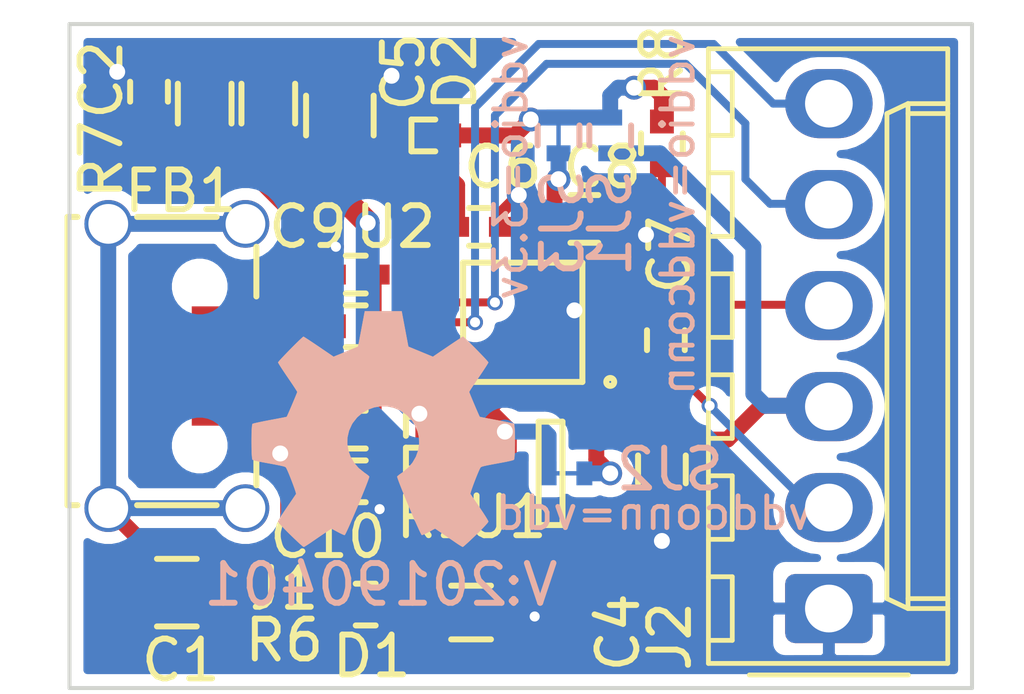
<source format=kicad_pcb>
(kicad_pcb (version 20171130) (host pcbnew 5.1.0-060a0da~80~ubuntu18.04.1)

  (general
    (thickness 1.6)
    (drawings 4)
    (tracks 187)
    (zones 0)
    (modules 27)
    (nets 19)
  )

  (page A4)
  (layers
    (0 F.Cu signal)
    (31 B.Cu signal)
    (32 B.Adhes user)
    (33 F.Adhes user)
    (34 B.Paste user)
    (35 F.Paste user)
    (36 B.SilkS user)
    (37 F.SilkS user)
    (38 B.Mask user)
    (39 F.Mask user)
    (40 Dwgs.User user)
    (41 Cmts.User user)
    (42 Eco1.User user)
    (43 Eco2.User user)
    (44 Edge.Cuts user)
    (45 Margin user)
    (46 B.CrtYd user)
    (47 F.CrtYd user)
    (48 B.Fab user)
    (49 F.Fab user)
  )

  (setup
    (last_trace_width 0.4)
    (user_trace_width 0.1524)
    (user_trace_width 0.2)
    (user_trace_width 0.3)
    (user_trace_width 0.4)
    (user_trace_width 0.6)
    (user_trace_width 1)
    (user_trace_width 1.5)
    (user_trace_width 2)
    (trace_clearance 0.1524)
    (zone_clearance 0.508)
    (zone_45_only no)
    (trace_min 0.1524)
    (via_size 0.381)
    (via_drill 0.254)
    (via_min_size 0.381)
    (via_min_drill 0.254)
    (user_via 0.4 0.254)
    (user_via 0.6 0.4)
    (user_via 0.8 0.6)
    (user_via 1 0.8)
    (user_via 1.3 1)
    (user_via 1.5 1.2)
    (user_via 1.7 1.4)
    (user_via 1.9 1.6)
    (uvia_size 0.381)
    (uvia_drill 0.254)
    (uvias_allowed no)
    (uvia_min_size 0.381)
    (uvia_min_drill 0.254)
    (edge_width 0.15)
    (segment_width 0.2)
    (pcb_text_width 0.3)
    (pcb_text_size 1.5 1.5)
    (mod_edge_width 0.15)
    (mod_text_size 1 1)
    (mod_text_width 0.15)
    (pad_size 1.524 1.524)
    (pad_drill 0.762)
    (pad_to_mask_clearance 0.1)
    (solder_mask_min_width 0.05)
    (pad_to_paste_clearance_ratio -0.15)
    (aux_axis_origin 0 0)
    (visible_elements FFFFFF7F)
    (pcbplotparams
      (layerselection 0x010fc_ffffffff)
      (usegerberextensions true)
      (usegerberattributes false)
      (usegerberadvancedattributes false)
      (creategerberjobfile false)
      (excludeedgelayer true)
      (linewidth 0.100000)
      (plotframeref false)
      (viasonmask false)
      (mode 1)
      (useauxorigin false)
      (hpglpennumber 1)
      (hpglpenspeed 20)
      (hpglpendiameter 15.000000)
      (psnegative false)
      (psa4output false)
      (plotreference true)
      (plotvalue true)
      (plotinvisibletext false)
      (padsonsilk false)
      (subtractmaskfromsilk false)
      (outputformat 1)
      (mirror false)
      (drillshape 0)
      (scaleselection 1)
      (outputdirectory "OSH_Park_2_layer_plots"))
  )

  (net 0 "")
  (net 1 /VSS)
  (net 2 "Net-(C1-Pad1)")
  (net 3 /VBUS)
  (net 4 /VDD)
  (net 5 /VDDIO)
  (net 6 /VDD_33V)
  (net 7 "Net-(C9-Pad2)")
  (net 8 "Net-(C10-Pad2)")
  (net 9 "Net-(J1-Pad4)")
  (net 10 /USB_DP)
  (net 11 /USB_DM)
  (net 12 /CTSI)
  (net 13 /TXO)
  (net 14 /RXI)
  (net 15 /RTSO)
  (net 16 "Net-(D1-Pad2)")
  (net 17 "Net-(FB1-Pad2)")
  (net 18 /VDDCONN)

  (net_class Default "This is the default net class."
    (clearance 0.1524)
    (trace_width 0.1524)
    (via_dia 0.381)
    (via_drill 0.254)
    (uvia_dia 0.381)
    (uvia_drill 0.254)
    (add_net /CTSI)
    (add_net /RTSO)
    (add_net /RXI)
    (add_net /TXO)
    (add_net /USB_DM)
    (add_net /USB_DP)
    (add_net /VBUS)
    (add_net /VDD)
    (add_net /VDDCONN)
    (add_net /VDDIO)
    (add_net /VDD_33V)
    (add_net /VSS)
    (add_net "Net-(C1-Pad1)")
    (add_net "Net-(C10-Pad2)")
    (add_net "Net-(C9-Pad2)")
    (add_net "Net-(D1-Pad2)")
    (add_net "Net-(FB1-Pad2)")
    (add_net "Net-(J1-Pad4)")
  )

  (module Symbols:OSHW-Symbol_6.7x6mm_SilkScreen (layer B.Cu) (tedit 0) (tstamp 5A135134)
    (at 148.9 92.8 180)
    (descr "Open Source Hardware Symbol")
    (tags "Logo Symbol OSHW")
    (path /5A135869)
    (attr virtual)
    (fp_text reference N1 (at 0 0 180) (layer B.SilkS) hide
      (effects (font (size 1 1) (thickness 0.15)) (justify mirror))
    )
    (fp_text value OHWLOGO (at 0.75 0 180) (layer B.Fab) hide
      (effects (font (size 1 1) (thickness 0.15)) (justify mirror))
    )
    (fp_poly (pts (xy 0.555814 2.531069) (xy 0.639635 2.086445) (xy 0.94892 1.958947) (xy 1.258206 1.831449)
      (xy 1.629246 2.083754) (xy 1.733157 2.154004) (xy 1.827087 2.216728) (xy 1.906652 2.269062)
      (xy 1.96747 2.308143) (xy 2.005157 2.331107) (xy 2.015421 2.336058) (xy 2.03391 2.323324)
      (xy 2.07342 2.288118) (xy 2.129522 2.234938) (xy 2.197787 2.168282) (xy 2.273786 2.092646)
      (xy 2.353092 2.012528) (xy 2.431275 1.932426) (xy 2.503907 1.856836) (xy 2.566559 1.790255)
      (xy 2.614803 1.737182) (xy 2.64421 1.702113) (xy 2.651241 1.690377) (xy 2.641123 1.66874)
      (xy 2.612759 1.621338) (xy 2.569129 1.552807) (xy 2.513218 1.467785) (xy 2.448006 1.370907)
      (xy 2.410219 1.31565) (xy 2.341343 1.214752) (xy 2.28014 1.123701) (xy 2.229578 1.04703)
      (xy 2.192628 0.989272) (xy 2.172258 0.954957) (xy 2.169197 0.947746) (xy 2.176136 0.927252)
      (xy 2.195051 0.879487) (xy 2.223087 0.811168) (xy 2.257391 0.729011) (xy 2.295109 0.63973)
      (xy 2.333387 0.550042) (xy 2.36937 0.466662) (xy 2.400206 0.396306) (xy 2.423039 0.34569)
      (xy 2.435017 0.321529) (xy 2.435724 0.320578) (xy 2.454531 0.315964) (xy 2.504618 0.305672)
      (xy 2.580793 0.290713) (xy 2.677865 0.272099) (xy 2.790643 0.250841) (xy 2.856442 0.238582)
      (xy 2.97695 0.215638) (xy 3.085797 0.193805) (xy 3.177476 0.174278) (xy 3.246481 0.158252)
      (xy 3.287304 0.146921) (xy 3.295511 0.143326) (xy 3.303548 0.118994) (xy 3.310033 0.064041)
      (xy 3.31497 -0.015108) (xy 3.318364 -0.112026) (xy 3.320218 -0.220287) (xy 3.320538 -0.333465)
      (xy 3.319327 -0.445135) (xy 3.31659 -0.548868) (xy 3.312331 -0.638241) (xy 3.306555 -0.706826)
      (xy 3.299267 -0.748197) (xy 3.294895 -0.75681) (xy 3.268764 -0.767133) (xy 3.213393 -0.781892)
      (xy 3.136107 -0.799352) (xy 3.04423 -0.81778) (xy 3.012158 -0.823741) (xy 2.857524 -0.852066)
      (xy 2.735375 -0.874876) (xy 2.641673 -0.89308) (xy 2.572384 -0.907583) (xy 2.523471 -0.919292)
      (xy 2.490897 -0.929115) (xy 2.470628 -0.937956) (xy 2.458626 -0.946724) (xy 2.456947 -0.948457)
      (xy 2.440184 -0.976371) (xy 2.414614 -1.030695) (xy 2.382788 -1.104777) (xy 2.34726 -1.191965)
      (xy 2.310583 -1.285608) (xy 2.275311 -1.379052) (xy 2.243996 -1.465647) (xy 2.219193 -1.53874)
      (xy 2.203454 -1.591678) (xy 2.199332 -1.617811) (xy 2.199676 -1.618726) (xy 2.213641 -1.640086)
      (xy 2.245322 -1.687084) (xy 2.291391 -1.754827) (xy 2.348518 -1.838423) (xy 2.413373 -1.932982)
      (xy 2.431843 -1.959854) (xy 2.497699 -2.057275) (xy 2.55565 -2.146163) (xy 2.602538 -2.221412)
      (xy 2.635207 -2.27792) (xy 2.6505 -2.310581) (xy 2.651241 -2.314593) (xy 2.638392 -2.335684)
      (xy 2.602888 -2.377464) (xy 2.549293 -2.435445) (xy 2.482171 -2.505135) (xy 2.406087 -2.582045)
      (xy 2.325604 -2.661683) (xy 2.245287 -2.739561) (xy 2.169699 -2.811186) (xy 2.103405 -2.87207)
      (xy 2.050969 -2.917721) (xy 2.016955 -2.94365) (xy 2.007545 -2.947883) (xy 1.985643 -2.937912)
      (xy 1.9408 -2.91102) (xy 1.880321 -2.871736) (xy 1.833789 -2.840117) (xy 1.749475 -2.782098)
      (xy 1.649626 -2.713784) (xy 1.549473 -2.645579) (xy 1.495627 -2.609075) (xy 1.313371 -2.4858)
      (xy 1.160381 -2.56852) (xy 1.090682 -2.604759) (xy 1.031414 -2.632926) (xy 0.991311 -2.648991)
      (xy 0.981103 -2.651226) (xy 0.968829 -2.634722) (xy 0.944613 -2.588082) (xy 0.910263 -2.515609)
      (xy 0.867588 -2.421606) (xy 0.818394 -2.310374) (xy 0.76449 -2.186215) (xy 0.707684 -2.053432)
      (xy 0.649782 -1.916327) (xy 0.592593 -1.779202) (xy 0.537924 -1.646358) (xy 0.487584 -1.522098)
      (xy 0.44338 -1.410725) (xy 0.407119 -1.316539) (xy 0.380609 -1.243844) (xy 0.365658 -1.196941)
      (xy 0.363254 -1.180833) (xy 0.382311 -1.160286) (xy 0.424036 -1.126933) (xy 0.479706 -1.087702)
      (xy 0.484378 -1.084599) (xy 0.628264 -0.969423) (xy 0.744283 -0.835053) (xy 0.83143 -0.685784)
      (xy 0.888699 -0.525913) (xy 0.915086 -0.359737) (xy 0.909585 -0.191552) (xy 0.87119 -0.025655)
      (xy 0.798895 0.133658) (xy 0.777626 0.168513) (xy 0.666996 0.309263) (xy 0.536302 0.422286)
      (xy 0.390064 0.506997) (xy 0.232808 0.562806) (xy 0.069057 0.589126) (xy -0.096667 0.58537)
      (xy -0.259838 0.55095) (xy -0.415935 0.485277) (xy -0.560433 0.387765) (xy -0.605131 0.348187)
      (xy -0.718888 0.224297) (xy -0.801782 0.093876) (xy -0.858644 -0.052315) (xy -0.890313 -0.197088)
      (xy -0.898131 -0.35986) (xy -0.872062 -0.52344) (xy -0.814755 -0.682298) (xy -0.728856 -0.830906)
      (xy -0.617014 -0.963735) (xy -0.481877 -1.075256) (xy -0.464117 -1.087011) (xy -0.40785 -1.125508)
      (xy -0.365077 -1.158863) (xy -0.344628 -1.18016) (xy -0.344331 -1.180833) (xy -0.348721 -1.203871)
      (xy -0.366124 -1.256157) (xy -0.394732 -1.33339) (xy -0.432735 -1.431268) (xy -0.478326 -1.545491)
      (xy -0.529697 -1.671758) (xy -0.585038 -1.805767) (xy -0.642542 -1.943218) (xy -0.700399 -2.079808)
      (xy -0.756802 -2.211237) (xy -0.809942 -2.333205) (xy -0.85801 -2.441409) (xy -0.899199 -2.531549)
      (xy -0.931699 -2.599323) (xy -0.953703 -2.64043) (xy -0.962564 -2.651226) (xy -0.98964 -2.642819)
      (xy -1.040303 -2.620272) (xy -1.105817 -2.587613) (xy -1.141841 -2.56852) (xy -1.294832 -2.4858)
      (xy -1.477088 -2.609075) (xy -1.570125 -2.672228) (xy -1.671985 -2.741727) (xy -1.767438 -2.807165)
      (xy -1.81525 -2.840117) (xy -1.882495 -2.885273) (xy -1.939436 -2.921057) (xy -1.978646 -2.942938)
      (xy -1.991381 -2.947563) (xy -2.009917 -2.935085) (xy -2.050941 -2.900252) (xy -2.110475 -2.846678)
      (xy -2.184542 -2.777983) (xy -2.269165 -2.697781) (xy -2.322685 -2.646286) (xy -2.416319 -2.554286)
      (xy -2.497241 -2.471999) (xy -2.562177 -2.402945) (xy -2.607858 -2.350644) (xy -2.631011 -2.318616)
      (xy -2.633232 -2.312116) (xy -2.622924 -2.287394) (xy -2.594439 -2.237405) (xy -2.550937 -2.167212)
      (xy -2.495577 -2.081875) (xy -2.43152 -1.986456) (xy -2.413303 -1.959854) (xy -2.346927 -1.863167)
      (xy -2.287378 -1.776117) (xy -2.237984 -1.703595) (xy -2.202075 -1.650493) (xy -2.182981 -1.621703)
      (xy -2.181136 -1.618726) (xy -2.183895 -1.595782) (xy -2.198538 -1.545336) (xy -2.222513 -1.474041)
      (xy -2.253266 -1.388547) (xy -2.288244 -1.295507) (xy -2.324893 -1.201574) (xy -2.360661 -1.113399)
      (xy -2.392994 -1.037634) (xy -2.419338 -0.980931) (xy -2.437142 -0.949943) (xy -2.438407 -0.948457)
      (xy -2.449294 -0.939601) (xy -2.467682 -0.930843) (xy -2.497606 -0.921277) (xy -2.543103 -0.909996)
      (xy -2.608209 -0.896093) (xy -2.696961 -0.878663) (xy -2.813393 -0.856798) (xy -2.961542 -0.829591)
      (xy -2.993618 -0.823741) (xy -3.088686 -0.805374) (xy -3.171565 -0.787405) (xy -3.23493 -0.771569)
      (xy -3.271458 -0.7596) (xy -3.276356 -0.75681) (xy -3.284427 -0.732072) (xy -3.290987 -0.67679)
      (xy -3.296033 -0.597389) (xy -3.299559 -0.500296) (xy -3.301561 -0.391938) (xy -3.302036 -0.27874)
      (xy -3.300977 -0.167128) (xy -3.298382 -0.063529) (xy -3.294246 0.025632) (xy -3.288563 0.093928)
      (xy -3.281331 0.134934) (xy -3.276971 0.143326) (xy -3.252698 0.151792) (xy -3.197426 0.165565)
      (xy -3.116662 0.18345) (xy -3.015912 0.204252) (xy -2.900683 0.226777) (xy -2.837902 0.238582)
      (xy -2.718787 0.260849) (xy -2.612565 0.281021) (xy -2.524427 0.298085) (xy -2.459566 0.311031)
      (xy -2.423174 0.318845) (xy -2.417184 0.320578) (xy -2.407061 0.34011) (xy -2.385662 0.387157)
      (xy -2.355839 0.454997) (xy -2.320445 0.536909) (xy -2.282332 0.626172) (xy -2.244353 0.716065)
      (xy -2.20936 0.799865) (xy -2.180206 0.870853) (xy -2.159743 0.922306) (xy -2.150823 0.947503)
      (xy -2.150657 0.948604) (xy -2.160769 0.968481) (xy -2.189117 1.014223) (xy -2.232723 1.081283)
      (xy -2.288606 1.165116) (xy -2.353787 1.261174) (xy -2.391679 1.31635) (xy -2.460725 1.417519)
      (xy -2.52205 1.50937) (xy -2.572663 1.587256) (xy -2.609571 1.646531) (xy -2.629782 1.682549)
      (xy -2.632701 1.690623) (xy -2.620153 1.709416) (xy -2.585463 1.749543) (xy -2.533063 1.806507)
      (xy -2.467384 1.875815) (xy -2.392856 1.952969) (xy -2.313913 2.033475) (xy -2.234983 2.112837)
      (xy -2.1605 2.18656) (xy -2.094894 2.250148) (xy -2.042596 2.299106) (xy -2.008039 2.328939)
      (xy -1.996478 2.336058) (xy -1.977654 2.326047) (xy -1.932631 2.297922) (xy -1.865787 2.254546)
      (xy -1.781499 2.198782) (xy -1.684144 2.133494) (xy -1.610707 2.083754) (xy -1.239667 1.831449)
      (xy -0.621095 2.086445) (xy -0.537275 2.531069) (xy -0.453454 2.975693) (xy 0.471994 2.975693)
      (xy 0.555814 2.531069)) (layer B.SilkS) (width 0.01))
  )

  (module SquantorLabels:Label_version (layer B.Cu) (tedit 5B5A1E49) (tstamp 5C99BF8B)
    (at 147.8 96.8 180)
    (path /5A1357A5)
    (fp_text reference N2 (at 0 -1.4 180) (layer B.Fab) hide
      (effects (font (size 1 1) (thickness 0.15)) (justify mirror))
    )
    (fp_text value 20190401 (at -0.4 0.1 180) (layer B.SilkS)
      (effects (font (size 1 1) (thickness 0.15)) (justify mirror))
    )
    (fp_text user V: (at -4.8 0.1 180) (layer B.SilkS)
      (effects (font (size 1 1) (thickness 0.15)) (justify mirror))
    )
  )

  (module SquantorRcl:C_0805 (layer F.Cu) (tedit 5415D6EA) (tstamp 5C99AAB6)
    (at 143.7 96.9)
    (descr "Capacitor SMD 0805, reflow soldering, AVX (see smccp.pdf)")
    (tags "capacitor 0805")
    (path /5C92E663)
    (attr smd)
    (fp_text reference C1 (at 0.1 1.7) (layer F.SilkS)
      (effects (font (size 1 1) (thickness 0.15)))
    )
    (fp_text value 100n (at 0 1.7) (layer F.Fab)
      (effects (font (size 1 1) (thickness 0.15)))
    )
    (fp_line (start -0.5 0.85) (end 0.5 0.85) (layer F.SilkS) (width 0.15))
    (fp_line (start 0.5 -0.85) (end -0.5 -0.85) (layer F.SilkS) (width 0.15))
    (fp_line (start 1.8 -1) (end 1.8 1) (layer F.CrtYd) (width 0.05))
    (fp_line (start -1.8 -1) (end -1.8 1) (layer F.CrtYd) (width 0.05))
    (fp_line (start -1.8 1) (end 1.8 1) (layer F.CrtYd) (width 0.05))
    (fp_line (start -1.8 -1) (end 1.8 -1) (layer F.CrtYd) (width 0.05))
    (fp_line (start -1 -0.625) (end 1 -0.625) (layer F.Fab) (width 0.15))
    (fp_line (start 1 -0.625) (end 1 0.625) (layer F.Fab) (width 0.15))
    (fp_line (start 1 0.625) (end -1 0.625) (layer F.Fab) (width 0.15))
    (fp_line (start -1 0.625) (end -1 -0.625) (layer F.Fab) (width 0.15))
    (pad 2 smd rect (at 1 0) (size 1 1.25) (layers F.Cu F.Paste F.Mask)
      (net 1 /VSS))
    (pad 1 smd rect (at -1 0) (size 1 1.25) (layers F.Cu F.Paste F.Mask)
      (net 2 "Net-(C1-Pad1)"))
    (model Capacitors_SMD.3dshapes/C_0805.wrl
      (at (xyz 0 0 0))
      (scale (xyz 1 1 1))
      (rotate (xyz 0 0 0))
    )
  )

  (module SquantorRcl:C_0603 (layer F.Cu) (tedit 5415D631) (tstamp 5C9C4B22)
    (at 155.9 93.8 270)
    (descr "Capacitor SMD 0603, reflow soldering, AVX (see smccp.pdf)")
    (tags "capacitor 0603")
    (path /5CA0EAEE)
    (attr smd)
    (fp_text reference C4 (at 4.1 1.1 270) (layer F.SilkS)
      (effects (font (size 1 1) (thickness 0.15)))
    )
    (fp_text value 1u (at 4.1 1.1 270) (layer F.Fab)
      (effects (font (size 1 1) (thickness 0.15)))
    )
    (fp_line (start 0.35 0.6) (end -0.35 0.6) (layer F.SilkS) (width 0.15))
    (fp_line (start -0.35 -0.6) (end 0.35 -0.6) (layer F.SilkS) (width 0.15))
    (fp_line (start 1.45 -0.75) (end 1.45 0.75) (layer F.CrtYd) (width 0.05))
    (fp_line (start -1.45 -0.75) (end -1.45 0.75) (layer F.CrtYd) (width 0.05))
    (fp_line (start -1.45 0.75) (end 1.45 0.75) (layer F.CrtYd) (width 0.05))
    (fp_line (start -1.45 -0.75) (end 1.45 -0.75) (layer F.CrtYd) (width 0.05))
    (fp_line (start -0.8 -0.4) (end 0.8 -0.4) (layer F.Fab) (width 0.15))
    (fp_line (start 0.8 -0.4) (end 0.8 0.4) (layer F.Fab) (width 0.15))
    (fp_line (start 0.8 0.4) (end -0.8 0.4) (layer F.Fab) (width 0.15))
    (fp_line (start -0.8 0.4) (end -0.8 -0.4) (layer F.Fab) (width 0.15))
    (pad 2 smd rect (at 0.75 0 270) (size 0.8 0.75) (layers F.Cu F.Paste F.Mask)
      (net 1 /VSS))
    (pad 1 smd rect (at -0.75 0 270) (size 0.8 0.75) (layers F.Cu F.Paste F.Mask)
      (net 18 /VDDCONN))
    (model Capacitors_SMD.3dshapes/C_0603.wrl
      (at (xyz 0 0 0))
      (scale (xyz 1 1 1))
      (rotate (xyz 0 0 0))
    )
  )

  (module SquantorRcl:C_0805 (layer F.Cu) (tedit 5415D6EA) (tstamp 5C99AAF6)
    (at 147.8 84.9 90)
    (descr "Capacitor SMD 0805, reflow soldering, AVX (see smccp.pdf)")
    (tags "capacitor 0805")
    (path /5C9348E3)
    (attr smd)
    (fp_text reference C5 (at 1.1 1.6 90) (layer F.SilkS)
      (effects (font (size 1 1) (thickness 0.15)))
    )
    (fp_text value 10u (at 0.9 1.6 90) (layer F.Fab)
      (effects (font (size 1 1) (thickness 0.15)))
    )
    (fp_line (start -1 0.625) (end -1 -0.625) (layer F.Fab) (width 0.15))
    (fp_line (start 1 0.625) (end -1 0.625) (layer F.Fab) (width 0.15))
    (fp_line (start 1 -0.625) (end 1 0.625) (layer F.Fab) (width 0.15))
    (fp_line (start -1 -0.625) (end 1 -0.625) (layer F.Fab) (width 0.15))
    (fp_line (start -1.8 -1) (end 1.8 -1) (layer F.CrtYd) (width 0.05))
    (fp_line (start -1.8 1) (end 1.8 1) (layer F.CrtYd) (width 0.05))
    (fp_line (start -1.8 -1) (end -1.8 1) (layer F.CrtYd) (width 0.05))
    (fp_line (start 1.8 -1) (end 1.8 1) (layer F.CrtYd) (width 0.05))
    (fp_line (start 0.5 -0.85) (end -0.5 -0.85) (layer F.SilkS) (width 0.15))
    (fp_line (start -0.5 0.85) (end 0.5 0.85) (layer F.SilkS) (width 0.15))
    (pad 1 smd rect (at -1 0 90) (size 1 1.25) (layers F.Cu F.Paste F.Mask)
      (net 4 /VDD))
    (pad 2 smd rect (at 1 0 90) (size 1 1.25) (layers F.Cu F.Paste F.Mask)
      (net 1 /VSS))
    (model Capacitors_SMD.3dshapes/C_0805.wrl
      (at (xyz 0 0 0))
      (scale (xyz 1 1 1))
      (rotate (xyz 0 0 0))
    )
  )

  (module SquantorRcl:C_0603 (layer F.Cu) (tedit 5415D631) (tstamp 5C99AB26)
    (at 153.95 87.5)
    (descr "Capacitor SMD 0603, reflow soldering, AVX (see smccp.pdf)")
    (tags "capacitor 0603")
    (path /5C9B7479/5C9D54B3)
    (attr smd)
    (fp_text reference C8 (at 0.45 -1.3 180) (layer F.SilkS)
      (effects (font (size 1 1) (thickness 0.15)))
    )
    (fp_text value 1u (at 0.55 -1.3 180) (layer F.Fab)
      (effects (font (size 1 1) (thickness 0.15)))
    )
    (fp_line (start 0.35 0.6) (end -0.35 0.6) (layer F.SilkS) (width 0.15))
    (fp_line (start -0.35 -0.6) (end 0.35 -0.6) (layer F.SilkS) (width 0.15))
    (fp_line (start 1.45 -0.75) (end 1.45 0.75) (layer F.CrtYd) (width 0.05))
    (fp_line (start -1.45 -0.75) (end -1.45 0.75) (layer F.CrtYd) (width 0.05))
    (fp_line (start -1.45 0.75) (end 1.45 0.75) (layer F.CrtYd) (width 0.05))
    (fp_line (start -1.45 -0.75) (end 1.45 -0.75) (layer F.CrtYd) (width 0.05))
    (fp_line (start -0.8 -0.4) (end 0.8 -0.4) (layer F.Fab) (width 0.15))
    (fp_line (start 0.8 -0.4) (end 0.8 0.4) (layer F.Fab) (width 0.15))
    (fp_line (start 0.8 0.4) (end -0.8 0.4) (layer F.Fab) (width 0.15))
    (fp_line (start -0.8 0.4) (end -0.8 -0.4) (layer F.Fab) (width 0.15))
    (pad 2 smd rect (at 0.75 0) (size 0.8 0.75) (layers F.Cu F.Paste F.Mask)
      (net 1 /VSS))
    (pad 1 smd rect (at -0.75 0) (size 0.8 0.75) (layers F.Cu F.Paste F.Mask)
      (net 6 /VDD_33V))
    (model Capacitors_SMD.3dshapes/C_0603.wrl
      (at (xyz 0 0 0))
      (scale (xyz 1 1 1))
      (rotate (xyz 0 0 0))
    )
  )

  (module SquantorRcl:R_0603_hand (layer F.Cu) (tedit 587552B0) (tstamp 5C99AB56)
    (at 146 84.6 90)
    (descr "Resistor SMD 0603, reflow soldering, Vishay (see dcrcw.pdf)")
    (tags "resistor 0603")
    (path /5C9338DB)
    (attr smd)
    (fp_text reference FB1 (at -2.2 -2.2 180) (layer F.SilkS)
      (effects (font (size 1 1) (thickness 0.15)))
    )
    (fp_text value 600 (at -2.2 -2.3 180) (layer F.Fab)
      (effects (font (size 1 1) (thickness 0.15)))
    )
    (fp_line (start -0.5 -0.675) (end 0.5 -0.675) (layer F.SilkS) (width 0.15))
    (fp_line (start 0.5 0.675) (end -0.5 0.675) (layer F.SilkS) (width 0.15))
    (fp_line (start 1.5 -0.8) (end 1.5 0.8) (layer F.CrtYd) (width 0.05))
    (fp_line (start -1.5 -0.8) (end -1.5 0.8) (layer F.CrtYd) (width 0.05))
    (fp_line (start -1.5 0.8) (end 1.5 0.8) (layer F.CrtYd) (width 0.05))
    (fp_line (start -1.5 -0.8) (end 1.5 -0.8) (layer F.CrtYd) (width 0.05))
    (fp_line (start -0.8 -0.4) (end 0.8 -0.4) (layer F.Fab) (width 0.1))
    (fp_line (start 0.8 -0.4) (end 0.8 0.4) (layer F.Fab) (width 0.1))
    (fp_line (start 0.8 0.4) (end -0.8 0.4) (layer F.Fab) (width 0.1))
    (fp_line (start -0.8 0.4) (end -0.8 -0.4) (layer F.Fab) (width 0.1))
    (pad 2 smd rect (at 0.85 0 90) (size 0.7 0.9) (layers F.Cu F.Paste F.Mask)
      (net 17 "Net-(FB1-Pad2)"))
    (pad 1 smd rect (at -0.85 0 90) (size 0.7 0.9) (layers F.Cu F.Paste F.Mask)
      (net 4 /VDD))
    (model Resistors_SMD.3dshapes/R_0603.wrl
      (at (xyz 0 0 0))
      (scale (xyz 1 1 1))
      (rotate (xyz 0 0 0))
    )
  )

  (module SquantorUsb:USB-muB-SMD_TH (layer F.Cu) (tedit 5B3D26BA) (tstamp 5C99AB6C)
    (at 143.7 91.2 270)
    (path /5C92FD3B)
    (fp_text reference J1 (at 5.6 -2.7) (layer F.SilkS)
      (effects (font (size 1 1) (thickness 0.15)))
    )
    (fp_text value USB-ID (at 0 3.6 270) (layer F.Fab)
      (effects (font (size 1 1) (thickness 0.15)))
    )
    (fp_line (start 3.5 2.5) (end 3.5 2.75) (layer F.SilkS) (width 0.15))
    (fp_line (start 3.5 2.75) (end -3.75 2.75) (layer F.SilkS) (width 0.15))
    (fp_line (start -3.75 2.75) (end -3.75 2.5) (layer F.SilkS) (width 0.15))
    (fp_line (start -3.75 -1) (end -3.75 1) (layer F.SilkS) (width 0.15))
    (fp_line (start 3.5 -1) (end 3.5 1) (layer F.SilkS) (width 0.15))
    (fp_line (start 1.75 -2) (end 3 -2) (layer F.SilkS) (width 0.15))
    (fp_line (start -3 -2) (end -1.75 -2) (layer F.SilkS) (width 0.15))
    (pad S thru_hole circle (at -3.575 -1.725 270) (size 1.2 1.2) (drill 1) (layers *.Cu *.Mask)
      (net 2 "Net-(C1-Pad1)"))
    (pad S thru_hole circle (at 3.575 -1.725 270) (size 1.2 1.2) (drill 1) (layers *.Cu *.Mask)
      (net 2 "Net-(C1-Pad1)"))
    (pad S thru_hole circle (at -3.575 1.725 270) (size 1.2 1.2) (drill 1) (layers *.Cu *.Mask)
      (net 2 "Net-(C1-Pad1)"))
    (pad "" np_thru_hole circle (at -2 -0.575 270) (size 0.8 0.8) (drill 0.8) (layers *.Cu))
    (pad 5 smd rect (at 1.3 -1.3 270) (size 0.4 1.85) (layers F.Cu F.Paste F.Mask)
      (net 1 /VSS))
    (pad 4 smd rect (at 0.65 -1.3 270) (size 0.4 1.85) (layers F.Cu F.Paste F.Mask)
      (net 9 "Net-(J1-Pad4)"))
    (pad 3 smd rect (at 0 -1.3 270) (size 0.4 1.85) (layers F.Cu F.Paste F.Mask)
      (net 10 /USB_DP))
    (pad 2 smd rect (at -0.65 -1.3 270) (size 0.4 1.85) (layers F.Cu F.Paste F.Mask)
      (net 11 /USB_DM))
    (pad 1 smd rect (at -1.3 -1.3 270) (size 0.4 1.85) (layers F.Cu F.Paste F.Mask)
      (net 3 /VBUS))
    (pad "" np_thru_hole circle (at 2 -0.575 270) (size 0.8 0.8) (drill 0.8) (layers *.Cu))
    (pad S thru_hole circle (at 3.575 1.725 270) (size 1.2 1.2) (drill 1) (layers *.Cu *.Mask)
      (net 2 "Net-(C1-Pad1)"))
  )

  (module Connector_Molex:Molex_KK-254_AE-6410-06A_1x06_P2.54mm_Vertical (layer F.Cu) (tedit 5B78013E) (tstamp 5C9C4A9D)
    (at 160.1 97.3 90)
    (descr "Molex KK-254 Interconnect System, old/engineering part number: AE-6410-06A example for new part number: 22-27-2061, 6 Pins (http://www.molex.com/pdm_docs/sd/022272021_sd.pdf), generated with kicad-footprint-generator")
    (tags "connector Molex KK-254 side entry")
    (path /5C99F5E1)
    (fp_text reference J2 (at -0.7 -4 90) (layer F.SilkS)
      (effects (font (size 1 1) (thickness 0.15)))
    )
    (fp_text value FTDI_PINS_1X06_input (at 6.35 4.08 90) (layer F.Fab)
      (effects (font (size 1 1) (thickness 0.15)))
    )
    (fp_line (start -1.27 -2.92) (end -1.27 2.88) (layer F.Fab) (width 0.1))
    (fp_line (start -1.27 2.88) (end 13.97 2.88) (layer F.Fab) (width 0.1))
    (fp_line (start 13.97 2.88) (end 13.97 -2.92) (layer F.Fab) (width 0.1))
    (fp_line (start 13.97 -2.92) (end -1.27 -2.92) (layer F.Fab) (width 0.1))
    (fp_line (start -1.38 -3.03) (end -1.38 2.99) (layer F.SilkS) (width 0.12))
    (fp_line (start -1.38 2.99) (end 14.08 2.99) (layer F.SilkS) (width 0.12))
    (fp_line (start 14.08 2.99) (end 14.08 -3.03) (layer F.SilkS) (width 0.12))
    (fp_line (start 14.08 -3.03) (end -1.38 -3.03) (layer F.SilkS) (width 0.12))
    (fp_line (start -1.67 -2) (end -1.67 2) (layer F.SilkS) (width 0.12))
    (fp_line (start -1.27 -0.5) (end -0.562893 0) (layer F.Fab) (width 0.1))
    (fp_line (start -0.562893 0) (end -1.27 0.5) (layer F.Fab) (width 0.1))
    (fp_line (start 0 2.99) (end 0 1.99) (layer F.SilkS) (width 0.12))
    (fp_line (start 0 1.99) (end 12.7 1.99) (layer F.SilkS) (width 0.12))
    (fp_line (start 12.7 1.99) (end 12.7 2.99) (layer F.SilkS) (width 0.12))
    (fp_line (start 0 1.99) (end 0.25 1.46) (layer F.SilkS) (width 0.12))
    (fp_line (start 0.25 1.46) (end 12.45 1.46) (layer F.SilkS) (width 0.12))
    (fp_line (start 12.45 1.46) (end 12.7 1.99) (layer F.SilkS) (width 0.12))
    (fp_line (start 0.25 2.99) (end 0.25 1.99) (layer F.SilkS) (width 0.12))
    (fp_line (start 12.45 2.99) (end 12.45 1.99) (layer F.SilkS) (width 0.12))
    (fp_line (start -0.8 -3.03) (end -0.8 -2.43) (layer F.SilkS) (width 0.12))
    (fp_line (start -0.8 -2.43) (end 0.8 -2.43) (layer F.SilkS) (width 0.12))
    (fp_line (start 0.8 -2.43) (end 0.8 -3.03) (layer F.SilkS) (width 0.12))
    (fp_line (start 1.74 -3.03) (end 1.74 -2.43) (layer F.SilkS) (width 0.12))
    (fp_line (start 1.74 -2.43) (end 3.34 -2.43) (layer F.SilkS) (width 0.12))
    (fp_line (start 3.34 -2.43) (end 3.34 -3.03) (layer F.SilkS) (width 0.12))
    (fp_line (start 4.28 -3.03) (end 4.28 -2.43) (layer F.SilkS) (width 0.12))
    (fp_line (start 4.28 -2.43) (end 5.88 -2.43) (layer F.SilkS) (width 0.12))
    (fp_line (start 5.88 -2.43) (end 5.88 -3.03) (layer F.SilkS) (width 0.12))
    (fp_line (start 6.82 -3.03) (end 6.82 -2.43) (layer F.SilkS) (width 0.12))
    (fp_line (start 6.82 -2.43) (end 8.42 -2.43) (layer F.SilkS) (width 0.12))
    (fp_line (start 8.42 -2.43) (end 8.42 -3.03) (layer F.SilkS) (width 0.12))
    (fp_line (start 9.36 -3.03) (end 9.36 -2.43) (layer F.SilkS) (width 0.12))
    (fp_line (start 9.36 -2.43) (end 10.96 -2.43) (layer F.SilkS) (width 0.12))
    (fp_line (start 10.96 -2.43) (end 10.96 -3.03) (layer F.SilkS) (width 0.12))
    (fp_line (start 11.9 -3.03) (end 11.9 -2.43) (layer F.SilkS) (width 0.12))
    (fp_line (start 11.9 -2.43) (end 13.5 -2.43) (layer F.SilkS) (width 0.12))
    (fp_line (start 13.5 -2.43) (end 13.5 -3.03) (layer F.SilkS) (width 0.12))
    (fp_line (start -1.77 -3.42) (end -1.77 3.38) (layer F.CrtYd) (width 0.05))
    (fp_line (start -1.77 3.38) (end 14.47 3.38) (layer F.CrtYd) (width 0.05))
    (fp_line (start 14.47 3.38) (end 14.47 -3.42) (layer F.CrtYd) (width 0.05))
    (fp_line (start 14.47 -3.42) (end -1.77 -3.42) (layer F.CrtYd) (width 0.05))
    (fp_text user %R (at -0.7 -4 90) (layer F.Fab)
      (effects (font (size 1 1) (thickness 0.15)))
    )
    (pad 1 thru_hole roundrect (at 0 0 90) (size 1.74 2.2) (drill 1.2) (layers *.Cu *.Mask) (roundrect_rratio 0.143678)
      (net 1 /VSS))
    (pad 2 thru_hole oval (at 2.54 0 90) (size 1.74 2.2) (drill 1.2) (layers *.Cu *.Mask)
      (net 12 /CTSI))
    (pad 3 thru_hole oval (at 5.08 0 90) (size 1.74 2.2) (drill 1.2) (layers *.Cu *.Mask)
      (net 18 /VDDCONN))
    (pad 4 thru_hole oval (at 7.62 0 90) (size 1.74 2.2) (drill 1.2) (layers *.Cu *.Mask)
      (net 13 /TXO))
    (pad 5 thru_hole oval (at 10.16 0 90) (size 1.74 2.2) (drill 1.2) (layers *.Cu *.Mask)
      (net 14 /RXI))
    (pad 6 thru_hole oval (at 12.7 0 90) (size 1.74 2.2) (drill 1.2) (layers *.Cu *.Mask)
      (net 15 /RTSO))
    (model ${KISYS3DMOD}/Connector_Molex.3dshapes/Molex_KK-254_AE-6410-06A_1x06_P2.54mm_Vertical.wrl
      (at (xyz 0 0 0))
      (scale (xyz 1 1 1))
      (rotate (xyz 0 0 0))
    )
  )

  (module SquantorIC:SOT23-3-Microchip-TT (layer F.Cu) (tedit 5C6B2141) (tstamp 5CA1D693)
    (at 153.1 93.9 90)
    (path /5C9A30EE)
    (fp_text reference U1 (at -1.1 -1.1 180) (layer F.SilkS)
      (effects (font (size 1 1) (thickness 0.15)))
    )
    (fp_text value MCP1702-CB (at -4.6 2.9 90) (layer F.Fab) hide
      (effects (font (size 1 1) (thickness 0.15)))
    )
    (fp_line (start -1.3 -0.3) (end 1.3 -0.3) (layer F.SilkS) (width 0.15))
    (fp_line (start 1.3 -0.3) (end 1.3 0.3) (layer F.SilkS) (width 0.15))
    (fp_line (start 1.3 0.3) (end -1.3 0.3) (layer F.SilkS) (width 0.15))
    (fp_line (start -1.3 0.3) (end -1.3 -0.3) (layer F.SilkS) (width 0.15))
    (fp_line (start -1.7 2) (end 1.7 2) (layer F.CrtYd) (width 0.05))
    (fp_line (start 1.7 2) (end 1.7 -2) (layer F.CrtYd) (width 0.05))
    (fp_line (start 1.7 -2) (end -1.7 -2) (layer F.CrtYd) (width 0.05))
    (fp_line (start -1.7 -2) (end -1.7 2) (layer F.CrtYd) (width 0.05))
    (pad 1 smd rect (at -0.95 1.15 90) (size 0.65 1.05) (layers F.Cu F.Paste F.Mask)
      (net 1 /VSS))
    (pad 2 smd rect (at 0.95 1.15 90) (size 0.65 1.05) (layers F.Cu F.Paste F.Mask)
      (net 18 /VDDCONN))
    (pad 3 smd rect (at 0 -1.15 90) (size 0.65 1.05) (layers F.Cu F.Paste F.Mask)
      (net 4 /VDD))
  )

  (module SquantorIC:MSOP-10 (layer F.Cu) (tedit 5C993A76) (tstamp 5C99AC34)
    (at 152.4 90.1 180)
    (path /5C9B7479/5C9D54C0)
    (fp_text reference U2 (at 3.2 2.4 180) (layer F.SilkS)
      (effects (font (size 1 1) (thickness 0.15)))
    )
    (fp_text value HT42B534-MSOP10 (at 0.2 5.5 180) (layer F.Fab) hide
      (effects (font (size 1 1) (thickness 0.15)))
    )
    (fp_line (start 2.5 0.05) (end 1.5 0.05) (layer F.Fab) (width 0.1))
    (fp_line (start 2.5 -0.05) (end 2.5 0.05) (layer F.Fab) (width 0.1))
    (fp_line (start 1.5 -0.05) (end 2.5 -0.05) (layer F.Fab) (width 0.1))
    (fp_line (start -1.5 1.5) (end -1.5 -1.5) (layer F.SilkS) (width 0.15))
    (fp_line (start 1.5 1.5) (end -1.5 1.5) (layer F.SilkS) (width 0.15))
    (fp_line (start 1.5 -1.5) (end 1.5 1.5) (layer F.SilkS) (width 0.15))
    (fp_line (start -1.5 -1.5) (end 1.5 -1.5) (layer F.SilkS) (width 0.15))
    (fp_line (start 2.5 -0.55) (end 2.5 -0.45) (layer F.Fab) (width 0.1))
    (fp_line (start 2.5 -0.45) (end 1.5 -0.45) (layer F.Fab) (width 0.1))
    (fp_line (start 1.5 -0.55) (end 2.5 -0.55) (layer F.Fab) (width 0.1))
    (fp_line (start 2.5 -0.95) (end 1.5 -0.95) (layer F.Fab) (width 0.1))
    (fp_line (start 2.5 -1.05) (end 2.5 -0.95) (layer F.Fab) (width 0.1))
    (fp_line (start 1.5 -1.05) (end 2.5 -1.05) (layer F.Fab) (width 0.1))
    (fp_line (start 2.5 0.55) (end 1.5 0.55) (layer F.Fab) (width 0.1))
    (fp_line (start 1.5 0.45) (end 2.5 0.45) (layer F.Fab) (width 0.1))
    (fp_line (start 2.5 0.45) (end 2.5 0.55) (layer F.Fab) (width 0.1))
    (fp_line (start 1.5 0.95) (end 2.5 0.95) (layer F.Fab) (width 0.1))
    (fp_line (start 2.5 0.95) (end 2.5 1.05) (layer F.Fab) (width 0.1))
    (fp_line (start 2.5 1.05) (end 1.5 1.05) (layer F.Fab) (width 0.1))
    (fp_line (start -2.5 -0.05) (end -1.5 -0.05) (layer F.Fab) (width 0.1))
    (fp_line (start -1.5 0.05) (end -2.5 0.05) (layer F.Fab) (width 0.1))
    (fp_line (start -2.5 0.05) (end -2.5 -0.05) (layer F.Fab) (width 0.1))
    (fp_line (start -2.5 -0.55) (end -1.5 -0.55) (layer F.Fab) (width 0.1))
    (fp_line (start -1.5 -0.45) (end -2.5 -0.45) (layer F.Fab) (width 0.1))
    (fp_line (start -2.5 -0.45) (end -2.5 -0.55) (layer F.Fab) (width 0.1))
    (fp_line (start -2.5 -0.95) (end -2.5 -1.05) (layer F.Fab) (width 0.1))
    (fp_line (start -1.5 -0.95) (end -2.5 -0.95) (layer F.Fab) (width 0.1))
    (fp_line (start -2.5 -1.05) (end -1.5 -1.05) (layer F.Fab) (width 0.1))
    (fp_line (start -2.5 0.45) (end -1.5 0.45) (layer F.Fab) (width 0.1))
    (fp_line (start -2.5 0.55) (end -2.5 0.45) (layer F.Fab) (width 0.1))
    (fp_line (start -1.5 0.55) (end -2.5 0.55) (layer F.Fab) (width 0.1))
    (fp_line (start -2.5 1.05) (end -2.5 0.95) (layer F.Fab) (width 0.1))
    (fp_line (start -2.5 0.95) (end -1.5 0.95) (layer F.Fab) (width 0.1))
    (fp_line (start -1.5 1.05) (end -2.5 1.05) (layer F.Fab) (width 0.1))
    (fp_circle (center -2.2 -1.5) (end -2.1 -1.5) (layer F.SilkS) (width 0.15))
    (fp_line (start -3 -1.8) (end 3 -1.8) (layer F.CrtYd) (width 0.05))
    (fp_line (start 3 -1.8) (end 3 1.8) (layer F.CrtYd) (width 0.05))
    (fp_line (start 3 1.8) (end -3 1.8) (layer F.CrtYd) (width 0.05))
    (fp_line (start -3 1.8) (end -3 -1.8) (layer F.CrtYd) (width 0.05))
    (pad 1 smd rect (at -2.3 -1 180) (size 0.8 0.3) (layers F.Cu F.Paste F.Mask)
      (net 4 /VDD))
    (pad 2 smd rect (at -2.3 -0.5 180) (size 0.8 0.3) (layers F.Cu F.Paste F.Mask)
      (net 6 /VDD_33V))
    (pad 3 smd rect (at -2.3 0 180) (size 0.8 0.3) (layers F.Cu F.Paste F.Mask)
      (net 1 /VSS))
    (pad 4 smd rect (at -2.3 0.5 180) (size 0.8 0.3) (layers F.Cu F.Paste F.Mask)
      (net 12 /CTSI))
    (pad 5 smd rect (at -2.3 1 180) (size 0.8 0.3) (layers F.Cu F.Paste F.Mask)
      (net 13 /TXO))
    (pad 6 smd rect (at 2.3 1 180) (size 0.8 0.3) (layers F.Cu F.Paste F.Mask)
      (net 5 /VDDIO))
    (pad 7 smd rect (at 2.3 0.5 180) (size 0.8 0.3) (layers F.Cu F.Paste F.Mask)
      (net 14 /RXI))
    (pad 8 smd rect (at 2.3 0 180) (size 0.8 0.3) (layers F.Cu F.Paste F.Mask)
      (net 15 /RTSO))
    (pad 9 smd rect (at 2.3 -0.5 180) (size 0.8 0.3) (layers F.Cu F.Paste F.Mask)
      (net 7 "Net-(C9-Pad2)"))
    (pad 10 smd rect (at 2.3 -1 180) (size 0.8 0.3) (layers F.Cu F.Paste F.Mask)
      (net 8 "Net-(C10-Pad2)"))
  )

  (module SquantorRcl:R_0603_hand (layer F.Cu) (tedit 587552B0) (tstamp 5C99C073)
    (at 151.1 97.4 180)
    (descr "Resistor SMD 0603, reflow soldering, Vishay (see dcrcw.pdf)")
    (tags "resistor 0603")
    (path /5CA5351F)
    (attr smd)
    (fp_text reference D1 (at 2.5 -1.1) (layer F.SilkS)
      (effects (font (size 1 1) (thickness 0.15)))
    )
    (fp_text value RED (at 2.5 -1.1) (layer F.Fab)
      (effects (font (size 1 1) (thickness 0.15)))
    )
    (fp_line (start -0.5 -0.675) (end 0.5 -0.675) (layer F.SilkS) (width 0.15))
    (fp_line (start 0.5 0.675) (end -0.5 0.675) (layer F.SilkS) (width 0.15))
    (fp_line (start 1.5 -0.8) (end 1.5 0.8) (layer F.CrtYd) (width 0.05))
    (fp_line (start -1.5 -0.8) (end -1.5 0.8) (layer F.CrtYd) (width 0.05))
    (fp_line (start -1.5 0.8) (end 1.5 0.8) (layer F.CrtYd) (width 0.05))
    (fp_line (start -1.5 -0.8) (end 1.5 -0.8) (layer F.CrtYd) (width 0.05))
    (fp_line (start -0.8 -0.4) (end 0.8 -0.4) (layer F.Fab) (width 0.1))
    (fp_line (start 0.8 -0.4) (end 0.8 0.4) (layer F.Fab) (width 0.1))
    (fp_line (start 0.8 0.4) (end -0.8 0.4) (layer F.Fab) (width 0.1))
    (fp_line (start -0.8 0.4) (end -0.8 -0.4) (layer F.Fab) (width 0.1))
    (pad 2 smd rect (at 0.85 0 180) (size 0.7 0.9) (layers F.Cu F.Paste F.Mask)
      (net 16 "Net-(D1-Pad2)"))
    (pad 1 smd rect (at -0.85 0 180) (size 0.7 0.9) (layers F.Cu F.Paste F.Mask)
      (net 1 /VSS))
    (model Resistors_SMD.3dshapes/R_0603.wrl
      (at (xyz 0 0 0))
      (scale (xyz 1 1 1))
      (rotate (xyz 0 0 0))
    )
  )

  (module SquantorRcl:C_0402 (layer F.Cu) (tedit 58D18F8A) (tstamp 5C9AEA58)
    (at 143 84.3 90)
    (descr "Capacitor SMD 0402, reflow soldering, AVX (see smccp.pdf)")
    (tags "capacitor 0402")
    (path /5C931872)
    (attr smd)
    (fp_text reference C2 (at 0.3 -1.2 90) (layer F.SilkS)
      (effects (font (size 1 1) (thickness 0.15)))
    )
    (fp_text value 100n (at 0.3 -1.2 90) (layer F.Fab)
      (effects (font (size 1 1) (thickness 0.15)))
    )
    (fp_line (start -0.5 0.25) (end -0.5 -0.25) (layer F.Fab) (width 0.15))
    (fp_line (start 0.5 0.25) (end -0.5 0.25) (layer F.Fab) (width 0.15))
    (fp_line (start 0.5 -0.25) (end 0.5 0.25) (layer F.Fab) (width 0.15))
    (fp_line (start -0.5 -0.25) (end 0.5 -0.25) (layer F.Fab) (width 0.15))
    (fp_line (start -1.15 -0.6) (end 1.15 -0.6) (layer F.CrtYd) (width 0.05))
    (fp_line (start -1.15 0.6) (end 1.15 0.6) (layer F.CrtYd) (width 0.05))
    (fp_line (start -1.15 -0.6) (end -1.15 0.6) (layer F.CrtYd) (width 0.05))
    (fp_line (start 1.15 -0.6) (end 1.15 0.6) (layer F.CrtYd) (width 0.05))
    (fp_line (start 0.25 -0.475) (end -0.25 -0.475) (layer F.SilkS) (width 0.15))
    (fp_line (start -0.25 0.475) (end 0.25 0.475) (layer F.SilkS) (width 0.15))
    (pad 1 smd rect (at -0.55 0 90) (size 0.6 0.5) (layers F.Cu F.Paste F.Mask)
      (net 3 /VBUS) (solder_mask_margin 0.1))
    (pad 2 smd rect (at 0.55 0 90) (size 0.6 0.5) (layers F.Cu F.Paste F.Mask)
      (net 1 /VSS) (solder_mask_margin 0.1))
    (model Capacitors_SMD.3dshapes/C_0402.wrl
      (at (xyz 0 0 0))
      (scale (xyz 1 1 1))
      (rotate (xyz 0 0 0))
    )
  )

  (module SquantorRcl:C_0402 (layer F.Cu) (tedit 58D18F8A) (tstamp 5C9AEA67)
    (at 151.3 87.7)
    (descr "Capacitor SMD 0402, reflow soldering, AVX (see smccp.pdf)")
    (tags "capacitor 0402")
    (path /5C9B7479/5C9D548C)
    (attr smd)
    (fp_text reference C6 (at 0.6 -1.5 180) (layer F.SilkS)
      (effects (font (size 1 1) (thickness 0.15)))
    )
    (fp_text value 100n (at 0.9 -1.5 180) (layer F.Fab)
      (effects (font (size 1 1) (thickness 0.15)))
    )
    (fp_line (start -0.25 0.475) (end 0.25 0.475) (layer F.SilkS) (width 0.15))
    (fp_line (start 0.25 -0.475) (end -0.25 -0.475) (layer F.SilkS) (width 0.15))
    (fp_line (start 1.15 -0.6) (end 1.15 0.6) (layer F.CrtYd) (width 0.05))
    (fp_line (start -1.15 -0.6) (end -1.15 0.6) (layer F.CrtYd) (width 0.05))
    (fp_line (start -1.15 0.6) (end 1.15 0.6) (layer F.CrtYd) (width 0.05))
    (fp_line (start -1.15 -0.6) (end 1.15 -0.6) (layer F.CrtYd) (width 0.05))
    (fp_line (start -0.5 -0.25) (end 0.5 -0.25) (layer F.Fab) (width 0.15))
    (fp_line (start 0.5 -0.25) (end 0.5 0.25) (layer F.Fab) (width 0.15))
    (fp_line (start 0.5 0.25) (end -0.5 0.25) (layer F.Fab) (width 0.15))
    (fp_line (start -0.5 0.25) (end -0.5 -0.25) (layer F.Fab) (width 0.15))
    (pad 2 smd rect (at 0.55 0) (size 0.6 0.5) (layers F.Cu F.Paste F.Mask)
      (net 1 /VSS) (solder_mask_margin 0.1))
    (pad 1 smd rect (at -0.55 0) (size 0.6 0.5) (layers F.Cu F.Paste F.Mask)
      (net 5 /VDDIO) (solder_mask_margin 0.1))
    (model Capacitors_SMD.3dshapes/C_0402.wrl
      (at (xyz 0 0 0))
      (scale (xyz 1 1 1))
      (rotate (xyz 0 0 0))
    )
  )

  (module SquantorRcl:C_0402 (layer F.Cu) (tedit 58D18F8A) (tstamp 5C9C4A18)
    (at 156 90.55 90)
    (descr "Capacitor SMD 0402, reflow soldering, AVX (see smccp.pdf)")
    (tags "capacitor 0402")
    (path /5C9B7479/5C9D549F)
    (attr smd)
    (fp_text reference C7 (at 2.15 0.1 90) (layer F.SilkS)
      (effects (font (size 1 1) (thickness 0.15)))
    )
    (fp_text value 100n (at 2.25 0.1 90) (layer F.Fab)
      (effects (font (size 1 1) (thickness 0.15)))
    )
    (fp_line (start -0.5 0.25) (end -0.5 -0.25) (layer F.Fab) (width 0.15))
    (fp_line (start 0.5 0.25) (end -0.5 0.25) (layer F.Fab) (width 0.15))
    (fp_line (start 0.5 -0.25) (end 0.5 0.25) (layer F.Fab) (width 0.15))
    (fp_line (start -0.5 -0.25) (end 0.5 -0.25) (layer F.Fab) (width 0.15))
    (fp_line (start -1.15 -0.6) (end 1.15 -0.6) (layer F.CrtYd) (width 0.05))
    (fp_line (start -1.15 0.6) (end 1.15 0.6) (layer F.CrtYd) (width 0.05))
    (fp_line (start -1.15 -0.6) (end -1.15 0.6) (layer F.CrtYd) (width 0.05))
    (fp_line (start 1.15 -0.6) (end 1.15 0.6) (layer F.CrtYd) (width 0.05))
    (fp_line (start 0.25 -0.475) (end -0.25 -0.475) (layer F.SilkS) (width 0.15))
    (fp_line (start -0.25 0.475) (end 0.25 0.475) (layer F.SilkS) (width 0.15))
    (pad 1 smd rect (at -0.55 0 90) (size 0.6 0.5) (layers F.Cu F.Paste F.Mask)
      (net 4 /VDD) (solder_mask_margin 0.1))
    (pad 2 smd rect (at 0.55 0 90) (size 0.6 0.5) (layers F.Cu F.Paste F.Mask)
      (net 1 /VSS) (solder_mask_margin 0.1))
    (model Capacitors_SMD.3dshapes/C_0402.wrl
      (at (xyz 0 0 0))
      (scale (xyz 1 1 1))
      (rotate (xyz 0 0 0))
    )
  )

  (module SquantorRcl:C_0402 (layer F.Cu) (tedit 58D18F8A) (tstamp 5C9AEA85)
    (at 148.2 88.9)
    (descr "Capacitor SMD 0402, reflow soldering, AVX (see smccp.pdf)")
    (tags "capacitor 0402")
    (path /5C9B7479/5C9D5468)
    (attr smd)
    (fp_text reference C9 (at -1.2 -1.2) (layer F.SilkS)
      (effects (font (size 1 1) (thickness 0.15)))
    )
    (fp_text value 47p (at -1.1 -1.2) (layer F.Fab)
      (effects (font (size 1 1) (thickness 0.15)))
    )
    (fp_line (start -0.25 0.475) (end 0.25 0.475) (layer F.SilkS) (width 0.15))
    (fp_line (start 0.25 -0.475) (end -0.25 -0.475) (layer F.SilkS) (width 0.15))
    (fp_line (start 1.15 -0.6) (end 1.15 0.6) (layer F.CrtYd) (width 0.05))
    (fp_line (start -1.15 -0.6) (end -1.15 0.6) (layer F.CrtYd) (width 0.05))
    (fp_line (start -1.15 0.6) (end 1.15 0.6) (layer F.CrtYd) (width 0.05))
    (fp_line (start -1.15 -0.6) (end 1.15 -0.6) (layer F.CrtYd) (width 0.05))
    (fp_line (start -0.5 -0.25) (end 0.5 -0.25) (layer F.Fab) (width 0.15))
    (fp_line (start 0.5 -0.25) (end 0.5 0.25) (layer F.Fab) (width 0.15))
    (fp_line (start 0.5 0.25) (end -0.5 0.25) (layer F.Fab) (width 0.15))
    (fp_line (start -0.5 0.25) (end -0.5 -0.25) (layer F.Fab) (width 0.15))
    (pad 2 smd rect (at 0.55 0) (size 0.6 0.5) (layers F.Cu F.Paste F.Mask)
      (net 7 "Net-(C9-Pad2)") (solder_mask_margin 0.1))
    (pad 1 smd rect (at -0.55 0) (size 0.6 0.5) (layers F.Cu F.Paste F.Mask)
      (net 1 /VSS) (solder_mask_margin 0.1))
    (model Capacitors_SMD.3dshapes/C_0402.wrl
      (at (xyz 0 0 0))
      (scale (xyz 1 1 1))
      (rotate (xyz 0 0 0))
    )
  )

  (module SquantorRcl:C_0402 (layer F.Cu) (tedit 58D18F8A) (tstamp 5C9AEA94)
    (at 148.2 92.8)
    (descr "Capacitor SMD 0402, reflow soldering, AVX (see smccp.pdf)")
    (tags "capacitor 0402")
    (path /5C9B7479/5C9D546E)
    (attr smd)
    (fp_text reference C10 (at -0.7 2.7) (layer F.SilkS)
      (effects (font (size 1 1) (thickness 0.15)))
    )
    (fp_text value 47p (at -0.6 2.8) (layer F.Fab)
      (effects (font (size 1 1) (thickness 0.15)))
    )
    (fp_line (start -0.5 0.25) (end -0.5 -0.25) (layer F.Fab) (width 0.15))
    (fp_line (start 0.5 0.25) (end -0.5 0.25) (layer F.Fab) (width 0.15))
    (fp_line (start 0.5 -0.25) (end 0.5 0.25) (layer F.Fab) (width 0.15))
    (fp_line (start -0.5 -0.25) (end 0.5 -0.25) (layer F.Fab) (width 0.15))
    (fp_line (start -1.15 -0.6) (end 1.15 -0.6) (layer F.CrtYd) (width 0.05))
    (fp_line (start -1.15 0.6) (end 1.15 0.6) (layer F.CrtYd) (width 0.05))
    (fp_line (start -1.15 -0.6) (end -1.15 0.6) (layer F.CrtYd) (width 0.05))
    (fp_line (start 1.15 -0.6) (end 1.15 0.6) (layer F.CrtYd) (width 0.05))
    (fp_line (start 0.25 -0.475) (end -0.25 -0.475) (layer F.SilkS) (width 0.15))
    (fp_line (start -0.25 0.475) (end 0.25 0.475) (layer F.SilkS) (width 0.15))
    (pad 1 smd rect (at -0.55 0) (size 0.6 0.5) (layers F.Cu F.Paste F.Mask)
      (net 1 /VSS) (solder_mask_margin 0.1))
    (pad 2 smd rect (at 0.55 0) (size 0.6 0.5) (layers F.Cu F.Paste F.Mask)
      (net 8 "Net-(C10-Pad2)") (solder_mask_margin 0.1))
    (model Capacitors_SMD.3dshapes/C_0402.wrl
      (at (xyz 0 0 0))
      (scale (xyz 1 1 1))
      (rotate (xyz 0 0 0))
    )
  )

  (module SquantorRcl:R_0402_hand (layer F.Cu) (tedit 5921FEA0) (tstamp 5C9AEAA3)
    (at 148.2 94.1)
    (descr "Resistor SMD 0402, reflow soldering, Vishay (see dcrcw.pdf)")
    (tags "resistor 0402")
    (path /5C92C64E)
    (attr smd)
    (fp_text reference R1 (at 2 0.9) (layer F.SilkS)
      (effects (font (size 1 1) (thickness 0.15)))
    )
    (fp_text value 0 (at 1.9 0.9) (layer F.Fab)
      (effects (font (size 1 1) (thickness 0.15)))
    )
    (fp_line (start -0.5 0.25) (end -0.5 -0.25) (layer F.Fab) (width 0.1))
    (fp_line (start 0.5 0.25) (end -0.5 0.25) (layer F.Fab) (width 0.1))
    (fp_line (start 0.5 -0.25) (end 0.5 0.25) (layer F.Fab) (width 0.1))
    (fp_line (start -0.5 -0.25) (end 0.5 -0.25) (layer F.Fab) (width 0.1))
    (fp_line (start -1.15 -0.65) (end 1.15 -0.65) (layer F.CrtYd) (width 0.05))
    (fp_line (start -1.15 0.65) (end 1.15 0.65) (layer F.CrtYd) (width 0.05))
    (fp_line (start -1.15 -0.65) (end -1.15 0.65) (layer F.CrtYd) (width 0.05))
    (fp_line (start 1.15 -0.65) (end 1.15 0.65) (layer F.CrtYd) (width 0.05))
    (fp_line (start 0.25 -0.525) (end -0.25 -0.525) (layer F.SilkS) (width 0.15))
    (fp_line (start -0.25 0.525) (end 0.25 0.525) (layer F.SilkS) (width 0.15))
    (pad 1 smd rect (at -0.55 0) (size 0.6 0.6) (layers F.Cu F.Paste F.Mask)
      (net 9 "Net-(J1-Pad4)"))
    (pad 2 smd rect (at 0.55 0) (size 0.6 0.6) (layers F.Cu F.Paste F.Mask)
      (net 1 /VSS))
    (model Resistors_SMD.3dshapes/R_0402.wrl
      (at (xyz 0 0 0))
      (scale (xyz 1 1 1))
      (rotate (xyz 0 0 0))
    )
  )

  (module SquantorRcl:R_0402_hand (layer F.Cu) (tedit 5921FEA0) (tstamp 5CA1CDD9)
    (at 148.2 91.5)
    (descr "Resistor SMD 0402, reflow soldering, Vishay (see dcrcw.pdf)")
    (tags "resistor 0402")
    (path /5C9B7479/5C9D5482)
    (attr smd)
    (fp_text reference R4 (at 2 2.3) (layer F.SilkS)
      (effects (font (size 1 1) (thickness 0.15)))
    )
    (fp_text value 33 (at 2 2.3) (layer F.Fab)
      (effects (font (size 1 1) (thickness 0.15)))
    )
    (fp_line (start -0.25 0.525) (end 0.25 0.525) (layer F.SilkS) (width 0.15))
    (fp_line (start 0.25 -0.525) (end -0.25 -0.525) (layer F.SilkS) (width 0.15))
    (fp_line (start 1.15 -0.65) (end 1.15 0.65) (layer F.CrtYd) (width 0.05))
    (fp_line (start -1.15 -0.65) (end -1.15 0.65) (layer F.CrtYd) (width 0.05))
    (fp_line (start -1.15 0.65) (end 1.15 0.65) (layer F.CrtYd) (width 0.05))
    (fp_line (start -1.15 -0.65) (end 1.15 -0.65) (layer F.CrtYd) (width 0.05))
    (fp_line (start -0.5 -0.25) (end 0.5 -0.25) (layer F.Fab) (width 0.1))
    (fp_line (start 0.5 -0.25) (end 0.5 0.25) (layer F.Fab) (width 0.1))
    (fp_line (start 0.5 0.25) (end -0.5 0.25) (layer F.Fab) (width 0.1))
    (fp_line (start -0.5 0.25) (end -0.5 -0.25) (layer F.Fab) (width 0.1))
    (pad 2 smd rect (at 0.55 0) (size 0.6 0.6) (layers F.Cu F.Paste F.Mask)
      (net 8 "Net-(C10-Pad2)"))
    (pad 1 smd rect (at -0.55 0) (size 0.6 0.6) (layers F.Cu F.Paste F.Mask)
      (net 10 /USB_DP))
    (model Resistors_SMD.3dshapes/R_0402.wrl
      (at (xyz 0 0 0))
      (scale (xyz 1 1 1))
      (rotate (xyz 0 0 0))
    )
  )

  (module SquantorRcl:R_0402_hand (layer F.Cu) (tedit 5921FEA0) (tstamp 5C9AEAC1)
    (at 148.2 90.2)
    (descr "Resistor SMD 0402, reflow soldering, Vishay (see dcrcw.pdf)")
    (tags "resistor 0402")
    (path /5C9B7479/5C9D547C)
    (attr smd)
    (fp_text reference R5 (at 2 2.3) (layer F.SilkS)
      (effects (font (size 1 1) (thickness 0.15)))
    )
    (fp_text value 33 (at 2 2.3) (layer F.Fab)
      (effects (font (size 1 1) (thickness 0.15)))
    )
    (fp_line (start -0.5 0.25) (end -0.5 -0.25) (layer F.Fab) (width 0.1))
    (fp_line (start 0.5 0.25) (end -0.5 0.25) (layer F.Fab) (width 0.1))
    (fp_line (start 0.5 -0.25) (end 0.5 0.25) (layer F.Fab) (width 0.1))
    (fp_line (start -0.5 -0.25) (end 0.5 -0.25) (layer F.Fab) (width 0.1))
    (fp_line (start -1.15 -0.65) (end 1.15 -0.65) (layer F.CrtYd) (width 0.05))
    (fp_line (start -1.15 0.65) (end 1.15 0.65) (layer F.CrtYd) (width 0.05))
    (fp_line (start -1.15 -0.65) (end -1.15 0.65) (layer F.CrtYd) (width 0.05))
    (fp_line (start 1.15 -0.65) (end 1.15 0.65) (layer F.CrtYd) (width 0.05))
    (fp_line (start 0.25 -0.525) (end -0.25 -0.525) (layer F.SilkS) (width 0.15))
    (fp_line (start -0.25 0.525) (end 0.25 0.525) (layer F.SilkS) (width 0.15))
    (pad 1 smd rect (at -0.55 0) (size 0.6 0.6) (layers F.Cu F.Paste F.Mask)
      (net 11 /USB_DM))
    (pad 2 smd rect (at 0.55 0) (size 0.6 0.6) (layers F.Cu F.Paste F.Mask)
      (net 7 "Net-(C9-Pad2)"))
    (model Resistors_SMD.3dshapes/R_0402.wrl
      (at (xyz 0 0 0))
      (scale (xyz 1 1 1))
      (rotate (xyz 0 0 0))
    )
  )

  (module SquantorRcl:R_0402_hand (layer F.Cu) (tedit 5921FEA0) (tstamp 5C9AEAD0)
    (at 148.45 97.2 180)
    (descr "Resistor SMD 0402, reflow soldering, Vishay (see dcrcw.pdf)")
    (tags "resistor 0402")
    (path /5CA52544)
    (attr smd)
    (fp_text reference R6 (at 2.05 -0.9 180) (layer F.SilkS)
      (effects (font (size 1 1) (thickness 0.15)))
    )
    (fp_text value 1K (at 2.15 -0.9 180) (layer F.Fab)
      (effects (font (size 1 1) (thickness 0.15)))
    )
    (fp_line (start -0.25 0.525) (end 0.25 0.525) (layer F.SilkS) (width 0.15))
    (fp_line (start 0.25 -0.525) (end -0.25 -0.525) (layer F.SilkS) (width 0.15))
    (fp_line (start 1.15 -0.65) (end 1.15 0.65) (layer F.CrtYd) (width 0.05))
    (fp_line (start -1.15 -0.65) (end -1.15 0.65) (layer F.CrtYd) (width 0.05))
    (fp_line (start -1.15 0.65) (end 1.15 0.65) (layer F.CrtYd) (width 0.05))
    (fp_line (start -1.15 -0.65) (end 1.15 -0.65) (layer F.CrtYd) (width 0.05))
    (fp_line (start -0.5 -0.25) (end 0.5 -0.25) (layer F.Fab) (width 0.1))
    (fp_line (start 0.5 -0.25) (end 0.5 0.25) (layer F.Fab) (width 0.1))
    (fp_line (start 0.5 0.25) (end -0.5 0.25) (layer F.Fab) (width 0.1))
    (fp_line (start -0.5 0.25) (end -0.5 -0.25) (layer F.Fab) (width 0.1))
    (pad 2 smd rect (at 0.55 0 180) (size 0.6 0.6) (layers F.Cu F.Paste F.Mask)
      (net 4 /VDD))
    (pad 1 smd rect (at -0.55 0 180) (size 0.6 0.6) (layers F.Cu F.Paste F.Mask)
      (net 16 "Net-(D1-Pad2)"))
    (model Resistors_SMD.3dshapes/R_0402.wrl
      (at (xyz 0 0 0))
      (scale (xyz 1 1 1))
      (rotate (xyz 0 0 0))
    )
  )

  (module SquantorRcl:R_0603_hand (layer F.Cu) (tedit 587552B0) (tstamp 5C9AEFAB)
    (at 144.4 84.6 270)
    (descr "Resistor SMD 0603, reflow soldering, Vishay (see dcrcw.pdf)")
    (tags "resistor 0603")
    (path /5C9C65BC)
    (attr smd)
    (fp_text reference R7 (at 1.4 2.6 270) (layer F.SilkS)
      (effects (font (size 1 1) (thickness 0.15)))
    )
    (fp_text value Fuse (at 1.2 2.6 270) (layer F.Fab)
      (effects (font (size 1 1) (thickness 0.15)))
    )
    (fp_line (start -0.8 0.4) (end -0.8 -0.4) (layer F.Fab) (width 0.1))
    (fp_line (start 0.8 0.4) (end -0.8 0.4) (layer F.Fab) (width 0.1))
    (fp_line (start 0.8 -0.4) (end 0.8 0.4) (layer F.Fab) (width 0.1))
    (fp_line (start -0.8 -0.4) (end 0.8 -0.4) (layer F.Fab) (width 0.1))
    (fp_line (start -1.5 -0.8) (end 1.5 -0.8) (layer F.CrtYd) (width 0.05))
    (fp_line (start -1.5 0.8) (end 1.5 0.8) (layer F.CrtYd) (width 0.05))
    (fp_line (start -1.5 -0.8) (end -1.5 0.8) (layer F.CrtYd) (width 0.05))
    (fp_line (start 1.5 -0.8) (end 1.5 0.8) (layer F.CrtYd) (width 0.05))
    (fp_line (start 0.5 0.675) (end -0.5 0.675) (layer F.SilkS) (width 0.15))
    (fp_line (start -0.5 -0.675) (end 0.5 -0.675) (layer F.SilkS) (width 0.15))
    (pad 1 smd rect (at -0.85 0 270) (size 0.7 0.9) (layers F.Cu F.Paste F.Mask)
      (net 17 "Net-(FB1-Pad2)"))
    (pad 2 smd rect (at 0.85 0 270) (size 0.7 0.9) (layers F.Cu F.Paste F.Mask)
      (net 3 /VBUS))
    (model Resistors_SMD.3dshapes/R_0603.wrl
      (at (xyz 0 0 0))
      (scale (xyz 1 1 1))
      (rotate (xyz 0 0 0))
    )
  )

  (module SquantorRcl:R_0402_hand (layer F.Cu) (tedit 5921FEA0) (tstamp 5C9AEAFE)
    (at 155.9 85.6 90)
    (descr "Resistor SMD 0402, reflow soldering, Vishay (see dcrcw.pdf)")
    (tags "resistor 0402")
    (path /5C9B7479/5C9AB245)
    (attr smd)
    (fp_text reference R8 (at 2 0 270) (layer F.SilkS)
      (effects (font (size 1 1) (thickness 0.15)))
    )
    (fp_text value 10K (at 2 0 90) (layer F.Fab)
      (effects (font (size 1 1) (thickness 0.15)))
    )
    (fp_line (start -0.5 0.25) (end -0.5 -0.25) (layer F.Fab) (width 0.1))
    (fp_line (start 0.5 0.25) (end -0.5 0.25) (layer F.Fab) (width 0.1))
    (fp_line (start 0.5 -0.25) (end 0.5 0.25) (layer F.Fab) (width 0.1))
    (fp_line (start -0.5 -0.25) (end 0.5 -0.25) (layer F.Fab) (width 0.1))
    (fp_line (start -1.15 -0.65) (end 1.15 -0.65) (layer F.CrtYd) (width 0.05))
    (fp_line (start -1.15 0.65) (end 1.15 0.65) (layer F.CrtYd) (width 0.05))
    (fp_line (start -1.15 -0.65) (end -1.15 0.65) (layer F.CrtYd) (width 0.05))
    (fp_line (start 1.15 -0.65) (end 1.15 0.65) (layer F.CrtYd) (width 0.05))
    (fp_line (start 0.25 -0.525) (end -0.25 -0.525) (layer F.SilkS) (width 0.15))
    (fp_line (start -0.25 0.525) (end 0.25 0.525) (layer F.SilkS) (width 0.15))
    (pad 1 smd rect (at -0.55 0 90) (size 0.6 0.6) (layers F.Cu F.Paste F.Mask)
      (net 13 /TXO))
    (pad 2 smd rect (at 0.55 0 90) (size 0.6 0.6) (layers F.Cu F.Paste F.Mask)
      (net 5 /VDDIO))
    (model Resistors_SMD.3dshapes/R_0402.wrl
      (at (xyz 0 0 0))
      (scale (xyz 1 1 1))
      (rotate (xyz 0 0 0))
    )
  )

  (module SquantorDiodes:SOD-523 (layer F.Cu) (tedit 5C9BDEC5) (tstamp 5C9C34EA)
    (at 149.9 85.4)
    (path /5C9B7479/5C9D33D2)
    (fp_text reference D2 (at 0.8 -1.6 90) (layer F.SilkS)
      (effects (font (size 1 1) (thickness 0.15)))
    )
    (fp_text value D_Schottky (at 4.7 -1.8) (layer F.Fab) hide
      (effects (font (size 1 1) (thickness 0.15)))
    )
    (fp_line (start -1.1 -0.6) (end 1.1 -0.6) (layer F.CrtYd) (width 0.05))
    (fp_line (start 1.1 -0.6) (end 1.1 0.6) (layer F.CrtYd) (width 0.05))
    (fp_line (start 1.1 0.6) (end -1.1 0.6) (layer F.CrtYd) (width 0.05))
    (fp_line (start -1.1 0.6) (end -1.1 -0.6) (layer F.CrtYd) (width 0.05))
    (fp_line (start -0.3 -0.4) (end 0.3 -0.4) (layer F.SilkS) (width 0.15))
    (fp_line (start 0.3 0.4) (end -0.3 0.4) (layer F.SilkS) (width 0.15))
    (fp_line (start -0.3 -0.4) (end -0.3 0.4) (layer F.SilkS) (width 0.15))
    (pad 1 smd rect (at -0.7 0) (size 0.5 0.6) (layers F.Cu F.Paste F.Mask)
      (net 4 /VDD))
    (pad 2 smd rect (at 0.7 0) (size 0.5 0.6) (layers F.Cu F.Paste F.Mask)
      (net 5 /VDDIO))
  )

  (module SquantorSpecial:solder_jumper_2way_noconn (layer B.Cu) (tedit 5C9BE0F0) (tstamp 5CA1DD8A)
    (at 154.6 85.4 90)
    (descr "Resistor SMD 0402, reflow soldering, Vishay (see dcrcw.pdf)")
    (tags "resistor 0402")
    (path /5C9C5D1D)
    (attr smd)
    (fp_text reference SJ1 (at -2.2 0 -90) (layer B.SilkS)
      (effects (font (size 1 1) (thickness 0.15)) (justify mirror))
    )
    (fp_text value vddio=vddconn (at -2 1.7 270) (layer B.SilkS)
      (effects (font (size 0.8 0.8) (thickness 0.12)) (justify mirror))
    )
    (fp_line (start -0.5 -0.25) (end -0.5 0.25) (layer B.Fab) (width 0.1))
    (fp_line (start 0.5 -0.25) (end -0.5 -0.25) (layer B.Fab) (width 0.1))
    (fp_line (start 0.5 0.25) (end 0.5 -0.25) (layer B.Fab) (width 0.1))
    (fp_line (start -0.5 0.25) (end 0.5 0.25) (layer B.Fab) (width 0.1))
    (fp_line (start -0.95 0.65) (end 0.95 0.65) (layer B.CrtYd) (width 0.05))
    (fp_line (start -0.95 -0.65) (end 0.95 -0.65) (layer B.CrtYd) (width 0.05))
    (fp_line (start -0.95 0.65) (end -0.95 -0.65) (layer B.CrtYd) (width 0.05))
    (fp_line (start 0.95 0.65) (end 0.95 -0.65) (layer B.CrtYd) (width 0.05))
    (fp_line (start 0.25 0.525) (end -0.25 0.525) (layer B.SilkS) (width 0.15))
    (fp_line (start -0.25 -0.525) (end 0.25 -0.525) (layer B.SilkS) (width 0.15))
    (pad 1 smd rect (at -0.45 0 90) (size 0.4 0.6) (layers B.Cu B.Mask)
      (net 18 /VDDCONN))
    (pad 2 smd rect (at 0.45 0 90) (size 0.4 0.6) (layers B.Cu B.Mask)
      (net 5 /VDDIO))
    (model Resistors_SMD.3dshapes/R_0402.wrl
      (at (xyz 0 0 0))
      (scale (xyz 1 1 1))
      (rotate (xyz 0 0 0))
    )
  )

  (module SquantorSpecial:solder_jumper_2way_conn_no_crtyd (layer B.Cu) (tedit 5C9BE415) (tstamp 5C9C42DC)
    (at 153.5 93.9 180)
    (descr "Resistor SMD 0402, reflow soldering, Vishay (see dcrcw.pdf)")
    (tags "resistor 0402")
    (path /5C9E2540)
    (attr smd)
    (fp_text reference SJ2 (at -2.6 0.1 180) (layer B.SilkS)
      (effects (font (size 1 1) (thickness 0.15)) (justify mirror))
    )
    (fp_text value vddconn=vdd (at -2.2 -1 180) (layer B.SilkS)
      (effects (font (size 0.8 0.8) (thickness 0.12)) (justify mirror))
    )
    (fp_line (start -0.5 -0.25) (end -0.5 0.25) (layer B.Fab) (width 0.1))
    (fp_line (start 0.5 -0.25) (end -0.5 -0.25) (layer B.Fab) (width 0.1))
    (fp_line (start 0.5 0.25) (end 0.5 -0.25) (layer B.Fab) (width 0.1))
    (fp_line (start -0.5 0.25) (end 0.5 0.25) (layer B.Fab) (width 0.1))
    (fp_poly (pts (xy -0.25 0.05) (xy 0.25 0.05) (xy 0.25 -0.05) (xy -0.25 -0.05)) (layer B.Cu) (width 0.01))
    (pad 1 smd rect (at -0.45 0 180) (size 0.4 0.6) (layers B.Cu B.Mask)
      (net 18 /VDDCONN))
    (pad 2 smd rect (at 0.45 0 180) (size 0.4 0.6) (layers B.Cu B.Mask)
      (net 4 /VDD))
    (model Resistors_SMD.3dshapes/R_0402.wrl
      (at (xyz 0 0 0))
      (scale (xyz 1 1 1))
      (rotate (xyz 0 0 0))
    )
  )

  (module SquantorSpecial:solder_jumper_2way_conn (layer B.Cu) (tedit 5C9BE3F7) (tstamp 5C9C42ED)
    (at 153.3 85.4 270)
    (descr "Resistor SMD 0402, reflow soldering, Vishay (see dcrcw.pdf)")
    (tags "resistor 0402")
    (path /5C9C8600)
    (attr smd)
    (fp_text reference SJ3 (at 2.2 -0.1 90) (layer B.SilkS)
      (effects (font (size 1 1) (thickness 0.15)) (justify mirror))
    )
    (fp_text value vddio=3.3v (at 0.8 1.2 90) (layer B.SilkS)
      (effects (font (size 0.8 0.8) (thickness 0.12)) (justify mirror))
    )
    (fp_line (start -0.5 -0.25) (end -0.5 0.25) (layer B.Fab) (width 0.1))
    (fp_line (start 0.5 -0.25) (end -0.5 -0.25) (layer B.Fab) (width 0.1))
    (fp_line (start 0.5 0.25) (end 0.5 -0.25) (layer B.Fab) (width 0.1))
    (fp_line (start -0.5 0.25) (end 0.5 0.25) (layer B.Fab) (width 0.1))
    (fp_line (start -0.95 0.65) (end 0.95 0.65) (layer B.CrtYd) (width 0.05))
    (fp_line (start -0.95 -0.65) (end 0.95 -0.65) (layer B.CrtYd) (width 0.05))
    (fp_line (start -0.95 0.65) (end -0.95 -0.65) (layer B.CrtYd) (width 0.05))
    (fp_line (start 0.95 0.65) (end 0.95 -0.65) (layer B.CrtYd) (width 0.05))
    (fp_line (start 0.25 0.525) (end -0.25 0.525) (layer B.SilkS) (width 0.15))
    (fp_line (start -0.25 -0.525) (end 0.25 -0.525) (layer B.SilkS) (width 0.15))
    (fp_poly (pts (xy -0.25 0.05) (xy 0.25 0.05) (xy 0.25 -0.05) (xy -0.25 -0.05)) (layer B.Cu) (width 0.01))
    (pad 1 smd rect (at -0.45 0 270) (size 0.4 0.6) (layers B.Cu B.Mask)
      (net 5 /VDDIO))
    (pad 2 smd rect (at 0.45 0 270) (size 0.4 0.6) (layers B.Cu B.Mask)
      (net 6 /VDD_33V))
    (model Resistors_SMD.3dshapes/R_0402.wrl
      (at (xyz 0 0 0))
      (scale (xyz 1 1 1))
      (rotate (xyz 0 0 0))
    )
  )

  (gr_line (start 141 82.6) (end 163.7 82.6) (layer Edge.Cuts) (width 0.1) (tstamp 5C99BF6B))
  (gr_line (start 141 99.3) (end 141 82.6) (layer Edge.Cuts) (width 0.1))
  (gr_line (start 163.7 99.3) (end 141 99.3) (layer Edge.Cuts) (width 0.1))
  (gr_line (start 163.7 82.6) (end 163.7 99.3) (layer Edge.Cuts) (width 0.1))

  (via (at 142.2 83.8) (size 0.6) (drill 0.4) (layers F.Cu B.Cu) (net 1))
  (segment (start 143 83.75) (end 142.25 83.75) (width 0.4) (layer F.Cu) (net 1))
  (segment (start 142.25 83.75) (end 142.2 83.8) (width 0.4) (layer F.Cu) (net 1))
  (segment (start 145 92.5) (end 146.1 92.5) (width 0.4) (layer F.Cu) (net 1))
  (segment (start 146.1 92.5) (end 146.3 92.7) (width 0.4) (layer F.Cu) (net 1))
  (via (at 146.3 93.4) (size 0.6) (drill 0.4) (layers F.Cu B.Cu) (net 1))
  (segment (start 146.3 92.7) (end 146.3 93.4) (width 0.4) (layer F.Cu) (net 1))
  (segment (start 147.65 92.8) (end 147.7 92.8) (width 0.2) (layer F.Cu) (net 1))
  (segment (start 147.7 92.8) (end 148.2 93.3) (width 0.2) (layer F.Cu) (net 1))
  (segment (start 148.2 93.55) (end 148.75 94.1) (width 0.2) (layer F.Cu) (net 1))
  (segment (start 148.2 93.3) (end 148.2 93.55) (width 0.2) (layer F.Cu) (net 1))
  (segment (start 144.7 96.9) (end 145.8 96.9) (width 0.4) (layer F.Cu) (net 1))
  (segment (start 145.8 96.9) (end 146.5 96.2) (width 0.4) (layer F.Cu) (net 1))
  (segment (start 146.5 96.2) (end 146.5 94.1) (width 0.4) (layer F.Cu) (net 1))
  (segment (start 146.3 93.9) (end 146.3 93.4) (width 0.4) (layer F.Cu) (net 1))
  (segment (start 146.5 94.1) (end 146.3 93.9) (width 0.4) (layer F.Cu) (net 1))
  (via (at 148.8 94.8) (size 0.4) (drill 0.254) (layers F.Cu B.Cu) (net 1))
  (segment (start 148.75 94.1) (end 148.75 94.75) (width 0.2) (layer F.Cu) (net 1))
  (segment (start 148.75 94.75) (end 148.8 94.8) (width 0.2) (layer F.Cu) (net 1))
  (via (at 147.7 88.2) (size 0.4) (drill 0.254) (layers F.Cu B.Cu) (net 1))
  (segment (start 147.65 88.9) (end 147.65 88.25) (width 0.2) (layer F.Cu) (net 1))
  (segment (start 147.65 88.25) (end 147.7 88.2) (width 0.2) (layer F.Cu) (net 1))
  (segment (start 147.8 83.9) (end 149.1 83.9) (width 0.6) (layer F.Cu) (net 1))
  (via (at 149.1 83.9) (size 0.6) (drill 0.4) (layers F.Cu B.Cu) (net 1))
  (segment (start 154.7 90.1) (end 155.5 90.1) (width 0.3) (layer F.Cu) (net 1))
  (segment (start 155.6 90) (end 156 90) (width 0.3) (layer F.Cu) (net 1))
  (segment (start 155.5 90.1) (end 155.6 90) (width 0.3) (layer F.Cu) (net 1))
  (segment (start 154 90.1) (end 154.7 90.1) (width 0.3) (layer F.Cu) (net 1))
  (via (at 153.7 89.8) (size 0.6) (drill 0.4) (layers F.Cu B.Cu) (net 1))
  (segment (start 153.7 89.8) (end 154 90.1) (width 0.3) (layer F.Cu) (net 1))
  (via (at 155.9 95.6) (size 0.6) (drill 0.4) (layers F.Cu B.Cu) (net 1))
  (via (at 152.7 97.5) (size 0.4) (drill 0.254) (layers F.Cu B.Cu) (net 1))
  (segment (start 151.95 97.5) (end 152.7 97.5) (width 0.2) (layer F.Cu) (net 1))
  (segment (start 155.9 95.6) (end 155.9 94.55) (width 0.4) (layer F.Cu) (net 1))
  (segment (start 154.25 94.85) (end 154.95 94.85) (width 0.4) (layer F.Cu) (net 1))
  (segment (start 155.25 94.55) (end 155.9 94.55) (width 0.4) (layer F.Cu) (net 1))
  (segment (start 154.95 94.85) (end 155.25 94.55) (width 0.4) (layer F.Cu) (net 1))
  (segment (start 151.85 87.35) (end 151.85 87.7) (width 0.3) (layer F.Cu) (net 1))
  (via (at 152.3 86.9) (size 0.6) (drill 0.4) (layers F.Cu B.Cu) (net 1))
  (segment (start 152.3 86.9) (end 151.85 87.35) (width 0.3) (layer F.Cu) (net 1))
  (segment (start 155.1 87.5) (end 155.5 87.9) (width 0.4) (layer F.Cu) (net 1))
  (via (at 155.5 87.9) (size 0.6) (drill 0.4) (layers F.Cu B.Cu) (net 1))
  (segment (start 154.7 87.5) (end 155.1 87.5) (width 0.4) (layer F.Cu) (net 1))
  (segment (start 145.425 87.625) (end 141.975 87.625) (width 0.4) (layer B.Cu) (net 2))
  (segment (start 145.425 94.775) (end 141.975 94.775) (width 0.4) (layer B.Cu) (net 2))
  (segment (start 141.975 87.625) (end 141.975 94.775) (width 0.4) (layer B.Cu) (net 2))
  (segment (start 142.7 95.5) (end 141.975 94.775) (width 0.4) (layer F.Cu) (net 2))
  (segment (start 142.7 96.9) (end 142.7 95.5) (width 0.4) (layer F.Cu) (net 2))
  (segment (start 145 89.9) (end 146.4 89.9) (width 0.4) (layer F.Cu) (net 3))
  (segment (start 146.4 89.9) (end 146.7 89.6) (width 0.6) (layer F.Cu) (net 3))
  (segment (start 146.7 89.6) (end 146.7 87.3) (width 0.6) (layer F.Cu) (net 3))
  (segment (start 146.7 87.3) (end 145.8 86.4) (width 0.6) (layer F.Cu) (net 3))
  (segment (start 145.8 86.4) (end 144.7 86.4) (width 0.6) (layer F.Cu) (net 3))
  (segment (start 144.4 86.1) (end 144.4 85.45) (width 0.6) (layer F.Cu) (net 3))
  (segment (start 144.7 86.4) (end 144.4 86.1) (width 0.6) (layer F.Cu) (net 3))
  (segment (start 144.4 85.45) (end 143.15 85.45) (width 0.4) (layer F.Cu) (net 3))
  (segment (start 143 85.3) (end 143 84.85) (width 0.4) (layer F.Cu) (net 3))
  (segment (start 143.15 85.45) (end 143 85.3) (width 0.4) (layer F.Cu) (net 3))
  (segment (start 146 85.45) (end 146.55 85.45) (width 0.6) (layer F.Cu) (net 4))
  (segment (start 147 85.9) (end 147.8 85.9) (width 0.6) (layer F.Cu) (net 4))
  (segment (start 146.55 85.45) (end 147 85.9) (width 0.6) (layer F.Cu) (net 4))
  (segment (start 147.8 85.9) (end 147.8 86.9) (width 0.6) (layer F.Cu) (net 4))
  (via (at 148.5 87.6) (size 0.6) (drill 0.4) (layers F.Cu B.Cu) (net 4))
  (segment (start 147.8 86.9) (end 148.5 87.6) (width 0.6) (layer F.Cu) (net 4))
  (segment (start 148.5 87.6) (end 148.5 91.1) (width 0.6) (layer B.Cu) (net 4))
  (via (at 149.8 92.4) (size 0.6) (drill 0.4) (layers F.Cu B.Cu) (net 4))
  (segment (start 148.5 91.1) (end 149.8 92.4) (width 0.6) (layer B.Cu) (net 4))
  (segment (start 154.7 91.1) (end 156 91.1) (width 0.3) (layer F.Cu) (net 4))
  (segment (start 149.2 85.4) (end 149.2 85.7) (width 0.4) (layer F.Cu) (net 4))
  (segment (start 149 85.9) (end 147.8 85.9) (width 0.4) (layer F.Cu) (net 4))
  (segment (start 149.2 85.7) (end 149 85.9) (width 0.4) (layer F.Cu) (net 4))
  (segment (start 149.8 94.9) (end 149.8 92.4) (width 0.2) (layer F.Cu) (net 4))
  (segment (start 147.9 96.8) (end 149.8 94.9) (width 0.2) (layer F.Cu) (net 4))
  (segment (start 149.8 92.4) (end 151.5 92.4) (width 0.6) (layer F.Cu) (net 4))
  (segment (start 151.95 92.85) (end 151.95 93.9) (width 0.6) (layer F.Cu) (net 4))
  (segment (start 151.5 92.4) (end 151.95 92.85) (width 0.6) (layer F.Cu) (net 4))
  (segment (start 152.8 91.1) (end 151.5 92.4) (width 0.3) (layer F.Cu) (net 4))
  (segment (start 154.7 91.1) (end 152.8 91.1) (width 0.3) (layer F.Cu) (net 4))
  (segment (start 147.9 96.8) (end 147.9 97.2) (width 0.2) (layer F.Cu) (net 4))
  (segment (start 153.05 93.9) (end 153.05 92.95) (width 0.4) (layer B.Cu) (net 4))
  (via (at 151.95 92.85) (size 0.6) (drill 0.4) (layers F.Cu B.Cu) (net 4))
  (segment (start 153.05 92.95) (end 152.95 92.85) (width 0.4) (layer B.Cu) (net 4))
  (segment (start 152.95 92.85) (end 151.95 92.85) (width 0.4) (layer B.Cu) (net 4))
  (segment (start 150.75 87.7) (end 150.75 86.65) (width 0.4) (layer F.Cu) (net 5))
  (segment (start 150.75 86.65) (end 150.6 86.5) (width 0.4) (layer F.Cu) (net 5))
  (segment (start 150.6 86.5) (end 150.6 86.1) (width 0.4) (layer F.Cu) (net 5))
  (segment (start 150.6 86.1) (end 150.6 85.4) (width 0.4) (layer F.Cu) (net 5))
  (segment (start 150.6 85.4) (end 151.8 85.4) (width 0.4) (layer F.Cu) (net 5))
  (segment (start 150.1 89.1) (end 150.1 88) (width 0.3) (layer F.Cu) (net 5))
  (segment (start 150.4 87.7) (end 150.75 87.7) (width 0.3) (layer F.Cu) (net 5))
  (segment (start 150.1 88) (end 150.4 87.7) (width 0.3) (layer F.Cu) (net 5))
  (segment (start 151.8 85.4) (end 151.9 85.4) (width 0.4) (layer F.Cu) (net 5))
  (segment (start 151.8 85.4) (end 152.1 85.4) (width 0.4) (layer F.Cu) (net 5))
  (segment (start 152.1 85.4) (end 152.2 85.4) (width 0.4) (layer F.Cu) (net 5))
  (via (at 152.6 85) (size 0.6) (drill 0.4) (layers F.Cu B.Cu) (net 5))
  (segment (start 152.2 85.4) (end 152.6 85) (width 0.4) (layer F.Cu) (net 5))
  (segment (start 152.65 84.95) (end 153.3 84.95) (width 0.4) (layer B.Cu) (net 5))
  (segment (start 152.6 85) (end 152.65 84.95) (width 0.4) (layer B.Cu) (net 5))
  (segment (start 153.3 84.95) (end 154.6 84.95) (width 0.4) (layer B.Cu) (net 5))
  (segment (start 154.6 84.95) (end 154.6 84.4) (width 0.4) (layer B.Cu) (net 5))
  (via (at 155.2 84.2) (size 0.6) (drill 0.4) (layers F.Cu B.Cu) (net 5))
  (segment (start 154.6 84.4) (end 154.8 84.2) (width 0.4) (layer B.Cu) (net 5))
  (segment (start 154.8 84.2) (end 155.2 84.2) (width 0.4) (layer B.Cu) (net 5))
  (segment (start 155.2 84.2) (end 155.7 84.2) (width 0.4) (layer F.Cu) (net 5))
  (segment (start 155.9 84.4) (end 155.9 85.05) (width 0.4) (layer F.Cu) (net 5))
  (segment (start 155.7 84.2) (end 155.9 84.4) (width 0.4) (layer F.Cu) (net 5))
  (segment (start 154.7 90.6) (end 153.4 90.6) (width 0.3) (layer F.Cu) (net 6))
  (segment (start 153.4 90.6) (end 153 90.2) (width 0.3) (layer F.Cu) (net 6))
  (segment (start 153 90.2) (end 153 88.6) (width 0.3) (layer F.Cu) (net 6))
  (segment (start 153.2 88.4) (end 153.2 87.5) (width 0.3) (layer F.Cu) (net 6))
  (segment (start 153 88.6) (end 153.2 88.4) (width 0.3) (layer F.Cu) (net 6))
  (via (at 153.3 86.5) (size 0.6) (drill 0.4) (layers F.Cu B.Cu) (net 6))
  (segment (start 153.3 85.85) (end 153.3 86.5) (width 0.4) (layer B.Cu) (net 6))
  (segment (start 153.2 86.6) (end 153.2 87.5) (width 0.4) (layer F.Cu) (net 6))
  (segment (start 153.3 86.5) (end 153.2 86.6) (width 0.4) (layer F.Cu) (net 6))
  (segment (start 148.75 90.2) (end 148.75 88.9) (width 0.2) (layer F.Cu) (net 7))
  (segment (start 149.15 90.6) (end 150.1 90.6) (width 0.2) (layer F.Cu) (net 7))
  (segment (start 148.75 90.2) (end 149.15 90.6) (width 0.2) (layer F.Cu) (net 7))
  (segment (start 148.75 92.8) (end 148.75 91.5) (width 0.2) (layer F.Cu) (net 8))
  (segment (start 149.15 91.1) (end 150.1 91.1) (width 0.2) (layer F.Cu) (net 8))
  (segment (start 148.75 91.5) (end 149.15 91.1) (width 0.2) (layer F.Cu) (net 8))
  (segment (start 145 91.85) (end 146.35 91.85) (width 0.2) (layer F.Cu) (net 9))
  (segment (start 146.35 91.85) (end 146.9 92.4) (width 0.2) (layer F.Cu) (net 9))
  (segment (start 146.9 92.4) (end 146.9 93.8) (width 0.2) (layer F.Cu) (net 9))
  (segment (start 147.2 94.1) (end 147.65 94.1) (width 0.2) (layer F.Cu) (net 9))
  (segment (start 146.9 93.8) (end 147.2 94.1) (width 0.2) (layer F.Cu) (net 9))
  (segment (start 145 91.2) (end 146.9 91.2) (width 0.2) (layer F.Cu) (net 10))
  (segment (start 147.2 91.5) (end 147.65 91.5) (width 0.2) (layer F.Cu) (net 10))
  (segment (start 146.9 91.2) (end 147.2 91.5) (width 0.2) (layer F.Cu) (net 10))
  (segment (start 145 90.55) (end 146.85 90.55) (width 0.2) (layer F.Cu) (net 11))
  (segment (start 147.2 90.2) (end 147.65 90.2) (width 0.2) (layer F.Cu) (net 11))
  (segment (start 146.85 90.55) (end 147.2 90.2) (width 0.2) (layer F.Cu) (net 11))
  (segment (start 154.7 89.6) (end 155.4 89.6) (width 0.2) (layer F.Cu) (net 12))
  (segment (start 155.4 89.6) (end 155.6 89.4) (width 0.2) (layer F.Cu) (net 12))
  (segment (start 155.6 89.4) (end 156.5 89.4) (width 0.2) (layer F.Cu) (net 12))
  (segment (start 156.5 89.4) (end 156.7 89.6) (width 0.2) (layer F.Cu) (net 12))
  (via (at 157.1 92.2) (size 0.4) (drill 0.254) (layers F.Cu B.Cu) (net 12))
  (segment (start 156.7 89.6) (end 156.7 91.8) (width 0.2) (layer F.Cu) (net 12))
  (segment (start 156.7 91.8) (end 157.1 92.2) (width 0.2) (layer F.Cu) (net 12))
  (segment (start 159.64 94.74) (end 160.1 94.74) (width 0.2) (layer B.Cu) (net 12))
  (segment (start 157.1 92.2) (end 159.64 94.74) (width 0.2) (layer B.Cu) (net 12))
  (segment (start 154.7 89.1) (end 155.3 89.1) (width 0.2) (layer F.Cu) (net 13))
  (segment (start 155.3 89.1) (end 155.5 88.9) (width 0.2) (layer F.Cu) (net 13))
  (segment (start 157.46 89.66) (end 160.1 89.66) (width 0.2) (layer F.Cu) (net 13))
  (segment (start 156.7 88.9) (end 157.46 89.66) (width 0.2) (layer F.Cu) (net 13))
  (segment (start 155.5 88.9) (end 155.9 88.9) (width 0.2) (layer F.Cu) (net 13))
  (segment (start 155.9 86.15) (end 155.9 87) (width 0.2) (layer F.Cu) (net 13))
  (segment (start 156.3 87.4) (end 156.3 88.9) (width 0.2) (layer F.Cu) (net 13))
  (segment (start 155.9 87) (end 156.3 87.4) (width 0.2) (layer F.Cu) (net 13))
  (segment (start 155.9 88.9) (end 156.3 88.9) (width 0.2) (layer F.Cu) (net 13))
  (segment (start 156.3 88.9) (end 156.7 88.9) (width 0.2) (layer F.Cu) (net 13))
  (via (at 151.7 89.6) (size 0.4) (drill 0.254) (layers F.Cu B.Cu) (net 14))
  (segment (start 150.1 89.6) (end 151.7 89.6) (width 0.2) (layer F.Cu) (net 14))
  (segment (start 158.62 87.12) (end 160.1 87.12) (width 0.2) (layer B.Cu) (net 14))
  (segment (start 151.7 84.9) (end 153 83.6) (width 0.2) (layer B.Cu) (net 14))
  (segment (start 151.7 89.6) (end 151.7 84.9) (width 0.2) (layer B.Cu) (net 14))
  (segment (start 158 86.5) (end 158.62 87.12) (width 0.2) (layer B.Cu) (net 14))
  (segment (start 153 83.6) (end 156.5 83.6) (width 0.2) (layer B.Cu) (net 14))
  (segment (start 156.5 83.6) (end 158 85.1) (width 0.2) (layer B.Cu) (net 14))
  (segment (start 158 85.1) (end 158 86.5) (width 0.2) (layer B.Cu) (net 14))
  (via (at 151.2 90.1) (size 0.4) (drill 0.254) (layers F.Cu B.Cu) (net 15))
  (segment (start 150.1 90.1) (end 151.2 90.1) (width 0.2) (layer F.Cu) (net 15))
  (segment (start 158.7 84.6) (end 160.1 84.6) (width 0.2) (layer B.Cu) (net 15))
  (segment (start 157.2 83.1) (end 158.7 84.6) (width 0.2) (layer B.Cu) (net 15))
  (segment (start 152.8 83.1) (end 157.2 83.1) (width 0.2) (layer B.Cu) (net 15))
  (segment (start 151.2 90.1) (end 151.2 84.7) (width 0.2) (layer B.Cu) (net 15))
  (segment (start 151.2 84.7) (end 152.8 83.1) (width 0.2) (layer B.Cu) (net 15))
  (segment (start 149 97.2) (end 149.5 97.2) (width 0.2) (layer F.Cu) (net 16))
  (segment (start 149.7 97.4) (end 150.25 97.4) (width 0.2) (layer F.Cu) (net 16))
  (segment (start 149.5 97.2) (end 149.7 97.4) (width 0.2) (layer F.Cu) (net 16))
  (segment (start 144.4 83.75) (end 146 83.75) (width 0.6) (layer F.Cu) (net 17))
  (segment (start 155.8 92.95) (end 155.9 93.05) (width 0.4) (layer F.Cu) (net 18))
  (segment (start 154.25 92.95) (end 154.75 92.95) (width 0.4) (layer F.Cu) (net 18))
  (segment (start 158.4 92.2) (end 160.1 92.2) (width 0.4) (layer F.Cu) (net 18))
  (segment (start 157.55 93.05) (end 158.4 92.2) (width 0.4) (layer F.Cu) (net 18))
  (segment (start 155.9 93.05) (end 157.55 93.05) (width 0.4) (layer F.Cu) (net 18))
  (segment (start 154.75 92.95) (end 155.25 92.95) (width 0.4) (layer F.Cu) (net 18))
  (segment (start 155.25 92.95) (end 155.8 92.95) (width 0.4) (layer F.Cu) (net 18))
  (segment (start 158.5 92.2) (end 160.1 92.2) (width 0.4) (layer B.Cu) (net 18))
  (segment (start 158.2 91.9) (end 158.5 92.2) (width 0.4) (layer B.Cu) (net 18))
  (segment (start 158.2 88.2) (end 158.2 91.9) (width 0.4) (layer B.Cu) (net 18))
  (segment (start 154.6 85.85) (end 155.85 85.85) (width 0.4) (layer B.Cu) (net 18))
  (segment (start 155.85 85.85) (end 158.2 88.2) (width 0.4) (layer B.Cu) (net 18))
  (via (at 154.6 93.9) (size 0.6) (drill 0.4) (layers F.Cu B.Cu) (net 18))
  (segment (start 153.95 93.9) (end 154.6 93.9) (width 0.4) (layer B.Cu) (net 18))
  (segment (start 154.25 93.55) (end 154.25 92.95) (width 0.4) (layer F.Cu) (net 18))
  (segment (start 154.6 93.9) (end 154.25 93.55) (width 0.4) (layer F.Cu) (net 18))

  (zone (net 1) (net_name /VSS) (layer B.Cu) (tstamp 0) (hatch edge 0.508)
    (connect_pads (clearance 0.3))
    (min_thickness 0.2)
    (fill yes (arc_segments 32) (thermal_gap 0.3) (thermal_bridge_width 0.3))
    (polygon
      (pts
        (xy 141 82.6) (xy 163.7 82.6) (xy 163.7 99.3) (xy 141 99.3)
      )
    )
    (filled_polygon
      (pts
        (xy 150.863819 84.329076) (xy 150.844737 84.344736) (xy 150.782255 84.420871) (xy 150.763332 84.456274) (xy 150.735826 84.507733)
        (xy 150.707235 84.601983) (xy 150.697581 84.7) (xy 150.700001 84.72457) (xy 150.7 89.768331) (xy 150.668287 89.815793)
        (xy 150.623058 89.924986) (xy 150.6 90.040905) (xy 150.6 90.159095) (xy 150.623058 90.275014) (xy 150.668287 90.384207)
        (xy 150.73395 90.482478) (xy 150.817522 90.56605) (xy 150.915793 90.631713) (xy 151.024986 90.676942) (xy 151.140905 90.7)
        (xy 151.259095 90.7) (xy 151.375014 90.676942) (xy 151.484207 90.631713) (xy 151.582478 90.56605) (xy 151.66605 90.482478)
        (xy 151.731713 90.384207) (xy 151.776942 90.275014) (xy 151.793213 90.193213) (xy 151.875014 90.176942) (xy 151.984207 90.131713)
        (xy 152.082478 90.06605) (xy 152.16605 89.982478) (xy 152.231713 89.884207) (xy 152.276942 89.775014) (xy 152.3 89.659095)
        (xy 152.3 89.540905) (xy 152.276942 89.424986) (xy 152.231713 89.315793) (xy 152.2 89.268331) (xy 152.2 85.574612)
        (xy 152.268426 85.620332) (xy 152.395818 85.673099) (xy 152.531056 85.7) (xy 152.598065 85.7) (xy 152.598065 86.05)
        (xy 152.605788 86.128414) (xy 152.62866 86.203814) (xy 152.64914 86.242128) (xy 152.626901 86.295818) (xy 152.6 86.431056)
        (xy 152.6 86.568944) (xy 152.626901 86.704182) (xy 152.679668 86.831574) (xy 152.756274 86.946224) (xy 152.853776 87.043726)
        (xy 152.968426 87.120332) (xy 153.095818 87.173099) (xy 153.231056 87.2) (xy 153.368944 87.2) (xy 153.504182 87.173099)
        (xy 153.631574 87.120332) (xy 153.746224 87.043726) (xy 153.843726 86.946224) (xy 153.920332 86.831574) (xy 153.973099 86.704182)
        (xy 154 86.568944) (xy 154 86.431056) (xy 153.973099 86.295818) (xy 153.956784 86.25643) (xy 153.965803 86.273303)
        (xy 154.015789 86.334211) (xy 154.076697 86.384197) (xy 154.146186 86.42134) (xy 154.221586 86.444212) (xy 154.3 86.451935)
        (xy 154.9 86.451935) (xy 154.919647 86.45) (xy 155.601473 86.45) (xy 157.6 88.448528) (xy 157.600001 91.868333)
        (xy 157.56605 91.817522) (xy 157.482478 91.73395) (xy 157.384207 91.668287) (xy 157.275014 91.623058) (xy 157.159095 91.6)
        (xy 157.040905 91.6) (xy 156.924986 91.623058) (xy 156.815793 91.668287) (xy 156.717522 91.73395) (xy 156.63395 91.817522)
        (xy 156.568287 91.915793) (xy 156.523058 92.024986) (xy 156.5 92.140905) (xy 156.5 92.259095) (xy 156.523058 92.375014)
        (xy 156.568287 92.484207) (xy 156.63395 92.582478) (xy 156.717522 92.66605) (xy 156.815793 92.731713) (xy 156.924986 92.776942)
        (xy 156.980974 92.788079) (xy 158.638289 94.445396) (xy 158.618377 94.511037) (xy 158.593856 94.76) (xy 158.618377 95.008963)
        (xy 158.690997 95.248359) (xy 158.808925 95.468988) (xy 158.96763 95.66237) (xy 159.161012 95.821075) (xy 159.381641 95.939003)
        (xy 159.621037 96.011623) (xy 159.804613 96.029704) (xy 159 96.028065) (xy 158.921586 96.035788) (xy 158.846186 96.05866)
        (xy 158.776697 96.095803) (xy 158.715789 96.145789) (xy 158.665803 96.206697) (xy 158.62866 96.276186) (xy 158.605788 96.351586)
        (xy 158.598065 96.43) (xy 158.6 97.15) (xy 158.7 97.25) (xy 160.05 97.25) (xy 160.05 97.23)
        (xy 160.15 97.23) (xy 160.15 97.25) (xy 161.5 97.25) (xy 161.6 97.15) (xy 161.601935 96.43)
        (xy 161.594212 96.351586) (xy 161.57134 96.276186) (xy 161.534197 96.206697) (xy 161.484211 96.145789) (xy 161.423303 96.095803)
        (xy 161.353814 96.05866) (xy 161.278414 96.035788) (xy 161.2 96.028065) (xy 160.395387 96.029704) (xy 160.578963 96.011623)
        (xy 160.818359 95.939003) (xy 161.038988 95.821075) (xy 161.23237 95.66237) (xy 161.391075 95.468988) (xy 161.509003 95.248359)
        (xy 161.581623 95.008963) (xy 161.606144 94.76) (xy 161.581623 94.511037) (xy 161.509003 94.271641) (xy 161.391075 94.051012)
        (xy 161.23237 93.85763) (xy 161.038988 93.698925) (xy 160.818359 93.580997) (xy 160.578963 93.508377) (xy 160.39238 93.49)
        (xy 160.578963 93.471623) (xy 160.818359 93.399003) (xy 161.038988 93.281075) (xy 161.23237 93.12237) (xy 161.391075 92.928988)
        (xy 161.509003 92.708359) (xy 161.581623 92.468963) (xy 161.606144 92.22) (xy 161.581623 91.971037) (xy 161.509003 91.731641)
        (xy 161.391075 91.511012) (xy 161.23237 91.31763) (xy 161.038988 91.158925) (xy 160.818359 91.040997) (xy 160.578963 90.968377)
        (xy 160.39238 90.95) (xy 160.578963 90.931623) (xy 160.818359 90.859003) (xy 161.038988 90.741075) (xy 161.23237 90.58237)
        (xy 161.391075 90.388988) (xy 161.509003 90.168359) (xy 161.581623 89.928963) (xy 161.606144 89.68) (xy 161.581623 89.431037)
        (xy 161.509003 89.191641) (xy 161.391075 88.971012) (xy 161.23237 88.77763) (xy 161.038988 88.618925) (xy 160.818359 88.500997)
        (xy 160.578963 88.428377) (xy 160.39238 88.41) (xy 160.578963 88.391623) (xy 160.818359 88.319003) (xy 161.038988 88.201075)
        (xy 161.23237 88.04237) (xy 161.391075 87.848988) (xy 161.509003 87.628359) (xy 161.581623 87.388963) (xy 161.606144 87.14)
        (xy 161.581623 86.891037) (xy 161.509003 86.651641) (xy 161.391075 86.431012) (xy 161.23237 86.23763) (xy 161.038988 86.078925)
        (xy 160.818359 85.960997) (xy 160.578963 85.888377) (xy 160.39238 85.87) (xy 160.578963 85.851623) (xy 160.818359 85.779003)
        (xy 161.038988 85.661075) (xy 161.23237 85.50237) (xy 161.391075 85.308988) (xy 161.509003 85.088359) (xy 161.581623 84.848963)
        (xy 161.606144 84.6) (xy 161.581623 84.351037) (xy 161.509003 84.111641) (xy 161.391075 83.891012) (xy 161.23237 83.69763)
        (xy 161.038988 83.538925) (xy 160.818359 83.420997) (xy 160.578963 83.348377) (xy 160.39238 83.33) (xy 159.80762 83.33)
        (xy 159.621037 83.348377) (xy 159.381641 83.420997) (xy 159.161012 83.538925) (xy 158.96763 83.69763) (xy 158.808925 83.891012)
        (xy 158.770328 83.963222) (xy 157.857105 83.05) (xy 163.25 83.05) (xy 163.250001 98.85) (xy 141.45 98.85)
        (xy 141.45 98.17) (xy 158.598065 98.17) (xy 158.605788 98.248414) (xy 158.62866 98.323814) (xy 158.665803 98.393303)
        (xy 158.715789 98.454211) (xy 158.776697 98.504197) (xy 158.846186 98.54134) (xy 158.921586 98.564212) (xy 159 98.571935)
        (xy 159.95 98.57) (xy 160.05 98.47) (xy 160.05 97.35) (xy 160.15 97.35) (xy 160.15 98.47)
        (xy 160.25 98.57) (xy 161.2 98.571935) (xy 161.278414 98.564212) (xy 161.353814 98.54134) (xy 161.423303 98.504197)
        (xy 161.484211 98.454211) (xy 161.534197 98.393303) (xy 161.57134 98.323814) (xy 161.594212 98.248414) (xy 161.601935 98.17)
        (xy 161.6 97.45) (xy 161.5 97.35) (xy 160.15 97.35) (xy 160.05 97.35) (xy 158.7 97.35)
        (xy 158.6 97.45) (xy 158.598065 98.17) (xy 141.45 98.17) (xy 141.45 95.626897) (xy 141.501322 95.661189)
        (xy 141.683311 95.736571) (xy 141.876509 95.775) (xy 142.073491 95.775) (xy 142.266689 95.736571) (xy 142.448678 95.661189)
        (xy 142.612463 95.551751) (xy 142.751751 95.412463) (xy 142.776783 95.375) (xy 144.623217 95.375) (xy 144.648249 95.412463)
        (xy 144.787537 95.551751) (xy 144.951322 95.661189) (xy 145.133311 95.736571) (xy 145.326509 95.775) (xy 145.523491 95.775)
        (xy 145.716689 95.736571) (xy 145.898678 95.661189) (xy 146.062463 95.551751) (xy 146.201751 95.412463) (xy 146.311189 95.248678)
        (xy 146.386571 95.066689) (xy 146.425 94.873491) (xy 146.425 94.676509) (xy 146.386571 94.483311) (xy 146.311189 94.301322)
        (xy 146.201751 94.137537) (xy 146.062463 93.998249) (xy 145.898678 93.888811) (xy 145.716689 93.813429) (xy 145.523491 93.775)
        (xy 145.326509 93.775) (xy 145.133311 93.813429) (xy 144.951322 93.888811) (xy 144.787537 93.998249) (xy 144.648249 94.137537)
        (xy 144.623217 94.175) (xy 142.776783 94.175) (xy 142.751751 94.137537) (xy 142.612463 93.998249) (xy 142.575 93.973217)
        (xy 142.575 93.121207) (xy 143.475 93.121207) (xy 143.475 93.278793) (xy 143.505743 93.433351) (xy 143.566049 93.578942)
        (xy 143.653599 93.70997) (xy 143.76503 93.821401) (xy 143.896058 93.908951) (xy 144.041649 93.969257) (xy 144.196207 94)
        (xy 144.353793 94) (xy 144.508351 93.969257) (xy 144.653942 93.908951) (xy 144.78497 93.821401) (xy 144.896401 93.70997)
        (xy 144.983951 93.578942) (xy 145.044257 93.433351) (xy 145.075 93.278793) (xy 145.075 93.121207) (xy 145.044257 92.966649)
        (xy 144.983951 92.821058) (xy 144.896401 92.69003) (xy 144.78497 92.578599) (xy 144.653942 92.491049) (xy 144.508351 92.430743)
        (xy 144.353793 92.4) (xy 144.196207 92.4) (xy 144.041649 92.430743) (xy 143.896058 92.491049) (xy 143.76503 92.578599)
        (xy 143.653599 92.69003) (xy 143.566049 92.821058) (xy 143.505743 92.966649) (xy 143.475 93.121207) (xy 142.575 93.121207)
        (xy 142.575 91.1) (xy 147.796613 91.1) (xy 147.810129 91.237223) (xy 147.850155 91.369174) (xy 147.915155 91.490781)
        (xy 147.976103 91.565046) (xy 148.002631 91.59737) (xy 148.029342 91.619291) (xy 149.256274 92.846224) (xy 149.353776 92.943726)
        (xy 149.382508 92.962924) (xy 149.409219 92.984845) (xy 149.439696 93.001135) (xy 149.468426 93.020332) (xy 149.500346 93.033554)
        (xy 149.530825 93.049845) (xy 149.5639 93.059878) (xy 149.595818 93.073099) (xy 149.629702 93.079839) (xy 149.662776 93.089872)
        (xy 149.697169 93.093259) (xy 149.731056 93.1) (xy 149.76561 93.1) (xy 149.8 93.103387) (xy 149.83439 93.1)
        (xy 149.868944 93.1) (xy 149.902831 93.093259) (xy 149.937224 93.089872) (xy 149.970297 93.079839) (xy 150.004182 93.073099)
        (xy 150.036102 93.059877) (xy 150.069174 93.049845) (xy 150.099651 93.033555) (xy 150.131574 93.020332) (xy 150.160305 93.001135)
        (xy 150.190781 92.984845) (xy 150.217489 92.962926) (xy 150.246224 92.943726) (xy 150.270666 92.919284) (xy 150.297369 92.897369)
        (xy 150.319284 92.870666) (xy 150.343726 92.846224) (xy 150.362926 92.817489) (xy 150.384845 92.790781) (xy 150.390043 92.781056)
        (xy 151.25 92.781056) (xy 151.25 92.918944) (xy 151.276901 93.054182) (xy 151.329668 93.181574) (xy 151.406274 93.296224)
        (xy 151.503776 93.393726) (xy 151.618426 93.470332) (xy 151.745818 93.523099) (xy 151.881056 93.55) (xy 152.018944 93.55)
        (xy 152.154182 93.523099) (xy 152.281574 93.470332) (xy 152.312003 93.45) (xy 152.45 93.45) (xy 152.45 93.58035)
        (xy 152.448065 93.6) (xy 152.448065 94.2) (xy 152.455788 94.278414) (xy 152.47866 94.353814) (xy 152.515803 94.423303)
        (xy 152.565789 94.484211) (xy 152.626697 94.534197) (xy 152.696186 94.57134) (xy 152.771586 94.594212) (xy 152.85 94.601935)
        (xy 153.25 94.601935) (xy 153.328414 94.594212) (xy 153.403814 94.57134) (xy 153.473303 94.534197) (xy 153.5 94.512287)
        (xy 153.526697 94.534197) (xy 153.596186 94.57134) (xy 153.671586 94.594212) (xy 153.75 94.601935) (xy 154.15 94.601935)
        (xy 154.228414 94.594212) (xy 154.303814 94.57134) (xy 154.342128 94.55086) (xy 154.395818 94.573099) (xy 154.531056 94.6)
        (xy 154.668944 94.6) (xy 154.804182 94.573099) (xy 154.931574 94.520332) (xy 155.046224 94.443726) (xy 155.143726 94.346224)
        (xy 155.220332 94.231574) (xy 155.273099 94.104182) (xy 155.3 93.968944) (xy 155.3 93.831056) (xy 155.273099 93.695818)
        (xy 155.220332 93.568426) (xy 155.143726 93.453776) (xy 155.046224 93.356274) (xy 154.931574 93.279668) (xy 154.804182 93.226901)
        (xy 154.668944 93.2) (xy 154.531056 93.2) (xy 154.395818 93.226901) (xy 154.342128 93.24914) (xy 154.303814 93.22866)
        (xy 154.228414 93.205788) (xy 154.15 93.198065) (xy 153.75 93.198065) (xy 153.671586 93.205788) (xy 153.65 93.212336)
        (xy 153.65 92.979473) (xy 153.652903 92.949999) (xy 153.641318 92.832379) (xy 153.637884 92.821058) (xy 153.60701 92.719279)
        (xy 153.551296 92.615045) (xy 153.476317 92.523683) (xy 153.453418 92.50489) (xy 153.395112 92.446585) (xy 153.376317 92.423683)
        (xy 153.284955 92.348704) (xy 153.180721 92.29299) (xy 153.067621 92.258682) (xy 152.979474 92.25) (xy 152.95 92.247097)
        (xy 152.920526 92.25) (xy 152.312003 92.25) (xy 152.281574 92.229668) (xy 152.154182 92.176901) (xy 152.018944 92.15)
        (xy 151.881056 92.15) (xy 151.745818 92.176901) (xy 151.618426 92.229668) (xy 151.503776 92.306274) (xy 151.406274 92.403776)
        (xy 151.329668 92.518426) (xy 151.276901 92.645818) (xy 151.25 92.781056) (xy 150.390043 92.781056) (xy 150.401135 92.760305)
        (xy 150.420332 92.731574) (xy 150.433555 92.699651) (xy 150.449845 92.669174) (xy 150.459877 92.636102) (xy 150.473099 92.604182)
        (xy 150.479839 92.570297) (xy 150.489872 92.537224) (xy 150.493259 92.502831) (xy 150.5 92.468944) (xy 150.5 92.43439)
        (xy 150.503387 92.4) (xy 150.5 92.36561) (xy 150.5 92.331056) (xy 150.493259 92.297169) (xy 150.489872 92.262776)
        (xy 150.479839 92.229702) (xy 150.473099 92.195818) (xy 150.459878 92.1639) (xy 150.449845 92.130825) (xy 150.433554 92.100346)
        (xy 150.420332 92.068426) (xy 150.401135 92.039696) (xy 150.384845 92.009219) (xy 150.362924 91.982508) (xy 150.343726 91.953776)
        (xy 150.246224 91.856274) (xy 149.2 90.810051) (xy 149.2 87.531056) (xy 149.193259 87.497169) (xy 149.189872 87.462776)
        (xy 149.179839 87.429702) (xy 149.173099 87.395818) (xy 149.159878 87.3639) (xy 149.149845 87.330825) (xy 149.133554 87.300346)
        (xy 149.120332 87.268426) (xy 149.101135 87.239696) (xy 149.084845 87.209219) (xy 149.062925 87.18251) (xy 149.043726 87.153776)
        (xy 149.019287 87.129337) (xy 148.997369 87.10263) (xy 148.970663 87.080713) (xy 148.946224 87.056274) (xy 148.917487 87.037072)
        (xy 148.89078 87.015155) (xy 148.860308 86.998867) (xy 148.831574 86.979668) (xy 148.79965 86.966445) (xy 148.769174 86.950155)
        (xy 148.736103 86.940123) (xy 148.704182 86.926901) (xy 148.670295 86.92016) (xy 148.637223 86.910128) (xy 148.602832 86.906741)
        (xy 148.568944 86.9) (xy 148.53439 86.9) (xy 148.5 86.896613) (xy 148.46561 86.9) (xy 148.431056 86.9)
        (xy 148.397169 86.906741) (xy 148.362776 86.910128) (xy 148.329702 86.920161) (xy 148.295818 86.926901) (xy 148.2639 86.940122)
        (xy 148.230825 86.950155) (xy 148.200346 86.966446) (xy 148.168426 86.979668) (xy 148.139696 86.998865) (xy 148.109219 87.015155)
        (xy 148.08251 87.037075) (xy 148.053776 87.056274) (xy 148.029337 87.080713) (xy 148.00263 87.102631) (xy 147.980713 87.129337)
        (xy 147.956274 87.153776) (xy 147.937072 87.182513) (xy 147.915155 87.20922) (xy 147.898867 87.239692) (xy 147.879668 87.268426)
        (xy 147.866445 87.30035) (xy 147.850155 87.330826) (xy 147.840123 87.363897) (xy 147.826901 87.395818) (xy 147.82016 87.429705)
        (xy 147.810128 87.462777) (xy 147.806741 87.497168) (xy 147.8 87.531056) (xy 147.8 87.565611) (xy 147.800001 91.065603)
        (xy 147.796613 91.1) (xy 142.575 91.1) (xy 142.575 89.121207) (xy 143.475 89.121207) (xy 143.475 89.278793)
        (xy 143.505743 89.433351) (xy 143.566049 89.578942) (xy 143.653599 89.70997) (xy 143.76503 89.821401) (xy 143.896058 89.908951)
        (xy 144.041649 89.969257) (xy 144.196207 90) (xy 144.353793 90) (xy 144.508351 89.969257) (xy 144.653942 89.908951)
        (xy 144.78497 89.821401) (xy 144.896401 89.70997) (xy 144.983951 89.578942) (xy 145.044257 89.433351) (xy 145.075 89.278793)
        (xy 145.075 89.121207) (xy 145.044257 88.966649) (xy 144.983951 88.821058) (xy 144.896401 88.69003) (xy 144.78497 88.578599)
        (xy 144.653942 88.491049) (xy 144.508351 88.430743) (xy 144.353793 88.4) (xy 144.196207 88.4) (xy 144.041649 88.430743)
        (xy 143.896058 88.491049) (xy 143.76503 88.578599) (xy 143.653599 88.69003) (xy 143.566049 88.821058) (xy 143.505743 88.966649)
        (xy 143.475 89.121207) (xy 142.575 89.121207) (xy 142.575 88.426783) (xy 142.612463 88.401751) (xy 142.751751 88.262463)
        (xy 142.776783 88.225) (xy 144.623217 88.225) (xy 144.648249 88.262463) (xy 144.787537 88.401751) (xy 144.951322 88.511189)
        (xy 145.133311 88.586571) (xy 145.326509 88.625) (xy 145.523491 88.625) (xy 145.716689 88.586571) (xy 145.898678 88.511189)
        (xy 146.062463 88.401751) (xy 146.201751 88.262463) (xy 146.311189 88.098678) (xy 146.386571 87.916689) (xy 146.425 87.723491)
        (xy 146.425 87.526509) (xy 146.386571 87.333311) (xy 146.311189 87.151322) (xy 146.201751 86.987537) (xy 146.062463 86.848249)
        (xy 145.898678 86.738811) (xy 145.716689 86.663429) (xy 145.523491 86.625) (xy 145.326509 86.625) (xy 145.133311 86.663429)
        (xy 144.951322 86.738811) (xy 144.787537 86.848249) (xy 144.648249 86.987537) (xy 144.623217 87.025) (xy 142.776783 87.025)
        (xy 142.751751 86.987537) (xy 142.612463 86.848249) (xy 142.448678 86.738811) (xy 142.266689 86.663429) (xy 142.073491 86.625)
        (xy 141.876509 86.625) (xy 141.683311 86.663429) (xy 141.501322 86.738811) (xy 141.45 86.773103) (xy 141.45 83.05)
        (xy 152.142893 83.05)
      )
    )
  )
)

</source>
